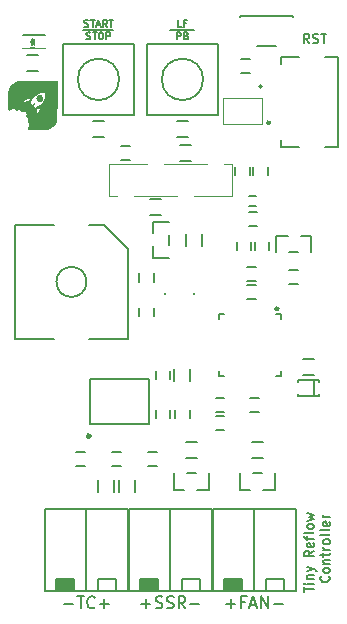
<source format=gto>
G04 #@! TF.GenerationSoftware,KiCad,Pcbnew,5.0.2-bee76a0~70~ubuntu18.04.1*
G04 #@! TF.CreationDate,2019-04-01T01:37:44+08:00*
G04 #@! TF.ProjectId,TINY-REFLOW-CONTROLLER,54494e59-2d52-4454-964c-4f572d434f4e,rev?*
G04 #@! TF.SameCoordinates,PX8f0d180PY5f5e100*
G04 #@! TF.FileFunction,Legend,Top*
G04 #@! TF.FilePolarity,Positive*
%FSLAX46Y46*%
G04 Gerber Fmt 4.6, Leading zero omitted, Abs format (unit mm)*
G04 Created by KiCad (PCBNEW 5.0.2-bee76a0~70~ubuntu18.04.1) date Mon 01 Apr 2019 01:37:44 AM +08*
%MOMM*%
%LPD*%
G01*
G04 APERTURE LIST*
%ADD10C,0.150000*%
%ADD11C,0.300000*%
%ADD12C,0.120000*%
%ADD13C,0.200000*%
%ADD14C,0.010000*%
%ADD15R,3.600000X3.600000*%
%ADD16C,0.100000*%
%ADD17C,0.500000*%
%ADD18R,0.550000X1.600000*%
%ADD19R,2.200000X3.200000*%
%ADD20R,1.600000X1.800000*%
%ADD21R,0.850000X1.250000*%
%ADD22C,5.000000*%
%ADD23R,1.220000X2.900000*%
%ADD24R,0.700000X1.100000*%
%ADD25C,2.048000*%
%ADD26R,1.000000X0.950000*%
%ADD27R,0.950000X1.000000*%
%ADD28R,0.900000X1.200000*%
%ADD29R,2.900000X1.700000*%
%ADD30R,0.500000X1.550000*%
%ADD31R,0.800000X0.800000*%
%ADD32O,1.927200X1.927200*%
%ADD33R,0.997560X0.997560*%
%ADD34O,1.900000X1.500000*%
%ADD35C,1.400000*%
%ADD36R,1.550000X0.600000*%
%ADD37R,1.100000X0.700000*%
%ADD38R,1.250000X0.850000*%
%ADD39C,1.000000*%
%ADD40R,1.100000X1.400000*%
%ADD41R,1.350000X1.500000*%
G04 APERTURE END LIST*
D10*
X18701047Y944572D02*
X19462952Y944572D01*
X19082000Y563620D02*
X19082000Y1325524D01*
X20272476Y1087429D02*
X19939142Y1087429D01*
X19939142Y563620D02*
X19939142Y1563620D01*
X20415333Y1563620D01*
X20748666Y849334D02*
X21224857Y849334D01*
X20653428Y563620D02*
X20986761Y1563620D01*
X21320095Y563620D01*
X21653428Y563620D02*
X21653428Y1563620D01*
X22224857Y563620D01*
X22224857Y1563620D01*
X22701047Y944572D02*
X23462952Y944572D01*
X25723904Y48406096D02*
X25457238Y48787048D01*
X25266761Y48406096D02*
X25266761Y49206096D01*
X25571523Y49206096D01*
X25647714Y49168000D01*
X25685809Y49129905D01*
X25723904Y49053715D01*
X25723904Y48939429D01*
X25685809Y48863239D01*
X25647714Y48825143D01*
X25571523Y48787048D01*
X25266761Y48787048D01*
X26028666Y48444191D02*
X26142952Y48406096D01*
X26333428Y48406096D01*
X26409619Y48444191D01*
X26447714Y48482286D01*
X26485809Y48558477D01*
X26485809Y48634667D01*
X26447714Y48710858D01*
X26409619Y48748953D01*
X26333428Y48787048D01*
X26181047Y48825143D01*
X26104857Y48863239D01*
X26066761Y48901334D01*
X26028666Y48977524D01*
X26028666Y49053715D01*
X26066761Y49129905D01*
X26104857Y49168000D01*
X26181047Y49206096D01*
X26371523Y49206096D01*
X26485809Y49168000D01*
X26714380Y49206096D02*
X27171523Y49206096D01*
X26942952Y48406096D02*
X26942952Y49206096D01*
X6604000Y49530000D02*
X9144000Y49530000D01*
X25302904Y1930858D02*
X25302904Y2388000D01*
X26102904Y2159429D02*
X25302904Y2159429D01*
X26102904Y2654667D02*
X25569571Y2654667D01*
X25302904Y2654667D02*
X25341000Y2616572D01*
X25379095Y2654667D01*
X25341000Y2692762D01*
X25302904Y2654667D01*
X25379095Y2654667D01*
X25569571Y3035620D02*
X26102904Y3035620D01*
X25645761Y3035620D02*
X25607666Y3073715D01*
X25569571Y3149905D01*
X25569571Y3264191D01*
X25607666Y3340381D01*
X25683857Y3378477D01*
X26102904Y3378477D01*
X25569571Y3683239D02*
X26102904Y3873715D01*
X25569571Y4064191D02*
X26102904Y3873715D01*
X26293380Y3797524D01*
X26331476Y3759429D01*
X26369571Y3683239D01*
X26102904Y5435620D02*
X25721952Y5168953D01*
X26102904Y4978477D02*
X25302904Y4978477D01*
X25302904Y5283239D01*
X25341000Y5359429D01*
X25379095Y5397524D01*
X25455285Y5435620D01*
X25569571Y5435620D01*
X25645761Y5397524D01*
X25683857Y5359429D01*
X25721952Y5283239D01*
X25721952Y4978477D01*
X26064809Y6083239D02*
X26102904Y6007048D01*
X26102904Y5854667D01*
X26064809Y5778477D01*
X25988619Y5740381D01*
X25683857Y5740381D01*
X25607666Y5778477D01*
X25569571Y5854667D01*
X25569571Y6007048D01*
X25607666Y6083239D01*
X25683857Y6121334D01*
X25760047Y6121334D01*
X25836238Y5740381D01*
X25569571Y6349905D02*
X25569571Y6654667D01*
X26102904Y6464191D02*
X25417190Y6464191D01*
X25341000Y6502286D01*
X25302904Y6578477D01*
X25302904Y6654667D01*
X26102904Y7035620D02*
X26064809Y6959429D01*
X25988619Y6921334D01*
X25302904Y6921334D01*
X26102904Y7454667D02*
X26064809Y7378477D01*
X26026714Y7340381D01*
X25950523Y7302286D01*
X25721952Y7302286D01*
X25645761Y7340381D01*
X25607666Y7378477D01*
X25569571Y7454667D01*
X25569571Y7568953D01*
X25607666Y7645143D01*
X25645761Y7683239D01*
X25721952Y7721334D01*
X25950523Y7721334D01*
X26026714Y7683239D01*
X26064809Y7645143D01*
X26102904Y7568953D01*
X26102904Y7454667D01*
X25569571Y7988000D02*
X26102904Y8140381D01*
X25721952Y8292762D01*
X26102904Y8445143D01*
X25569571Y8597524D01*
X27376714Y3264191D02*
X27414809Y3226096D01*
X27452904Y3111810D01*
X27452904Y3035620D01*
X27414809Y2921334D01*
X27338619Y2845143D01*
X27262428Y2807048D01*
X27110047Y2768953D01*
X26995761Y2768953D01*
X26843380Y2807048D01*
X26767190Y2845143D01*
X26691000Y2921334D01*
X26652904Y3035620D01*
X26652904Y3111810D01*
X26691000Y3226096D01*
X26729095Y3264191D01*
X27452904Y3721334D02*
X27414809Y3645143D01*
X27376714Y3607048D01*
X27300523Y3568953D01*
X27071952Y3568953D01*
X26995761Y3607048D01*
X26957666Y3645143D01*
X26919571Y3721334D01*
X26919571Y3835620D01*
X26957666Y3911810D01*
X26995761Y3949905D01*
X27071952Y3988000D01*
X27300523Y3988000D01*
X27376714Y3949905D01*
X27414809Y3911810D01*
X27452904Y3835620D01*
X27452904Y3721334D01*
X26919571Y4330858D02*
X27452904Y4330858D01*
X26995761Y4330858D02*
X26957666Y4368953D01*
X26919571Y4445143D01*
X26919571Y4559429D01*
X26957666Y4635620D01*
X27033857Y4673715D01*
X27452904Y4673715D01*
X26919571Y4940381D02*
X26919571Y5245143D01*
X26652904Y5054667D02*
X27338619Y5054667D01*
X27414809Y5092762D01*
X27452904Y5168953D01*
X27452904Y5245143D01*
X27452904Y5511810D02*
X26919571Y5511810D01*
X27071952Y5511810D02*
X26995761Y5549905D01*
X26957666Y5588000D01*
X26919571Y5664191D01*
X26919571Y5740381D01*
X27452904Y6121334D02*
X27414809Y6045143D01*
X27376714Y6007048D01*
X27300523Y5968953D01*
X27071952Y5968953D01*
X26995761Y6007048D01*
X26957666Y6045143D01*
X26919571Y6121334D01*
X26919571Y6235620D01*
X26957666Y6311810D01*
X26995761Y6349905D01*
X27071952Y6388000D01*
X27300523Y6388000D01*
X27376714Y6349905D01*
X27414809Y6311810D01*
X27452904Y6235620D01*
X27452904Y6121334D01*
X27452904Y6845143D02*
X27414809Y6768953D01*
X27338619Y6730858D01*
X26652904Y6730858D01*
X27452904Y7264191D02*
X27414809Y7188000D01*
X27338619Y7149905D01*
X26652904Y7149905D01*
X27414809Y7873715D02*
X27452904Y7797524D01*
X27452904Y7645143D01*
X27414809Y7568953D01*
X27338619Y7530858D01*
X27033857Y7530858D01*
X26957666Y7568953D01*
X26919571Y7645143D01*
X26919571Y7797524D01*
X26957666Y7873715D01*
X27033857Y7911810D01*
X27110047Y7911810D01*
X27186238Y7530858D01*
X27452904Y8254667D02*
X26919571Y8254667D01*
X27071952Y8254667D02*
X26995761Y8292762D01*
X26957666Y8330858D01*
X26919571Y8407048D01*
X26919571Y8483239D01*
X11517619Y944572D02*
X12279523Y944572D01*
X11898571Y563620D02*
X11898571Y1325524D01*
X12708095Y611239D02*
X12850952Y563620D01*
X13089047Y563620D01*
X13184285Y611239D01*
X13231904Y658858D01*
X13279523Y754096D01*
X13279523Y849334D01*
X13231904Y944572D01*
X13184285Y992191D01*
X13089047Y1039810D01*
X12898571Y1087429D01*
X12803333Y1135048D01*
X12755714Y1182667D01*
X12708095Y1277905D01*
X12708095Y1373143D01*
X12755714Y1468381D01*
X12803333Y1516000D01*
X12898571Y1563620D01*
X13136666Y1563620D01*
X13279523Y1516000D01*
X13660476Y611239D02*
X13803333Y563620D01*
X14041428Y563620D01*
X14136666Y611239D01*
X14184285Y658858D01*
X14231904Y754096D01*
X14231904Y849334D01*
X14184285Y944572D01*
X14136666Y992191D01*
X14041428Y1039810D01*
X13850952Y1087429D01*
X13755714Y1135048D01*
X13708095Y1182667D01*
X13660476Y1277905D01*
X13660476Y1373143D01*
X13708095Y1468381D01*
X13755714Y1516000D01*
X13850952Y1563620D01*
X14089047Y1563620D01*
X14231904Y1516000D01*
X15231904Y563620D02*
X14898571Y1039810D01*
X14660476Y563620D02*
X14660476Y1563620D01*
X15041428Y1563620D01*
X15136666Y1516000D01*
X15184285Y1468381D01*
X15231904Y1373143D01*
X15231904Y1230286D01*
X15184285Y1135048D01*
X15136666Y1087429D01*
X15041428Y1039810D01*
X14660476Y1039810D01*
X15660476Y944572D02*
X16422380Y944572D01*
X13970000Y49530000D02*
X16002000Y49530000D01*
X14914571Y49783572D02*
X14628857Y49783572D01*
X14628857Y50383572D01*
X15314571Y50097858D02*
X15114571Y50097858D01*
X15114571Y49783572D02*
X15114571Y50383572D01*
X15400285Y50383572D01*
X14528857Y48733572D02*
X14528857Y49333572D01*
X14757428Y49333572D01*
X14814571Y49305000D01*
X14843142Y49276429D01*
X14871714Y49219286D01*
X14871714Y49133572D01*
X14843142Y49076429D01*
X14814571Y49047858D01*
X14757428Y49019286D01*
X14528857Y49019286D01*
X15328857Y49047858D02*
X15414571Y49019286D01*
X15443142Y48990715D01*
X15471714Y48933572D01*
X15471714Y48847858D01*
X15443142Y48790715D01*
X15414571Y48762143D01*
X15357428Y48733572D01*
X15128857Y48733572D01*
X15128857Y49333572D01*
X15328857Y49333572D01*
X15386000Y49305000D01*
X15414571Y49276429D01*
X15443142Y49219286D01*
X15443142Y49162143D01*
X15414571Y49105000D01*
X15386000Y49076429D01*
X15328857Y49047858D01*
X15128857Y49047858D01*
X6688285Y49812143D02*
X6774000Y49783572D01*
X6916857Y49783572D01*
X6974000Y49812143D01*
X7002571Y49840715D01*
X7031142Y49897858D01*
X7031142Y49955000D01*
X7002571Y50012143D01*
X6974000Y50040715D01*
X6916857Y50069286D01*
X6802571Y50097858D01*
X6745428Y50126429D01*
X6716857Y50155000D01*
X6688285Y50212143D01*
X6688285Y50269286D01*
X6716857Y50326429D01*
X6745428Y50355000D01*
X6802571Y50383572D01*
X6945428Y50383572D01*
X7031142Y50355000D01*
X7202571Y50383572D02*
X7545428Y50383572D01*
X7374000Y49783572D02*
X7374000Y50383572D01*
X7716857Y49955000D02*
X8002571Y49955000D01*
X7659714Y49783572D02*
X7859714Y50383572D01*
X8059714Y49783572D01*
X8602571Y49783572D02*
X8402571Y50069286D01*
X8259714Y49783572D02*
X8259714Y50383572D01*
X8488285Y50383572D01*
X8545428Y50355000D01*
X8574000Y50326429D01*
X8602571Y50269286D01*
X8602571Y50183572D01*
X8574000Y50126429D01*
X8545428Y50097858D01*
X8488285Y50069286D01*
X8259714Y50069286D01*
X8774000Y50383572D02*
X9116857Y50383572D01*
X8945428Y49783572D02*
X8945428Y50383572D01*
X6859714Y48762143D02*
X6945428Y48733572D01*
X7088285Y48733572D01*
X7145428Y48762143D01*
X7174000Y48790715D01*
X7202571Y48847858D01*
X7202571Y48905000D01*
X7174000Y48962143D01*
X7145428Y48990715D01*
X7088285Y49019286D01*
X6974000Y49047858D01*
X6916857Y49076429D01*
X6888285Y49105000D01*
X6859714Y49162143D01*
X6859714Y49219286D01*
X6888285Y49276429D01*
X6916857Y49305000D01*
X6974000Y49333572D01*
X7116857Y49333572D01*
X7202571Y49305000D01*
X7374000Y49333572D02*
X7716857Y49333572D01*
X7545428Y48733572D02*
X7545428Y49333572D01*
X8031142Y49333572D02*
X8145428Y49333572D01*
X8202571Y49305000D01*
X8259714Y49247858D01*
X8288285Y49133572D01*
X8288285Y48933572D01*
X8259714Y48819286D01*
X8202571Y48762143D01*
X8145428Y48733572D01*
X8031142Y48733572D01*
X7974000Y48762143D01*
X7916857Y48819286D01*
X7888285Y48933572D01*
X7888285Y49133572D01*
X7916857Y49247858D01*
X7974000Y49305000D01*
X8031142Y49333572D01*
X8545428Y48733572D02*
X8545428Y49333572D01*
X8774000Y49333572D01*
X8831142Y49305000D01*
X8859714Y49276429D01*
X8888285Y49219286D01*
X8888285Y49133572D01*
X8859714Y49076429D01*
X8831142Y49047858D01*
X8774000Y49019286D01*
X8545428Y49019286D01*
X4977047Y944572D02*
X5738952Y944572D01*
X6072285Y1563620D02*
X6643714Y1563620D01*
X6358000Y563620D02*
X6358000Y1563620D01*
X7548476Y658858D02*
X7500857Y611239D01*
X7358000Y563620D01*
X7262761Y563620D01*
X7119904Y611239D01*
X7024666Y706477D01*
X6977047Y801715D01*
X6929428Y992191D01*
X6929428Y1135048D01*
X6977047Y1325524D01*
X7024666Y1420762D01*
X7119904Y1516000D01*
X7262761Y1563620D01*
X7358000Y1563620D01*
X7500857Y1516000D01*
X7548476Y1468381D01*
X7977047Y944572D02*
X8738952Y944572D01*
X8358000Y563620D02*
X8358000Y1325524D01*
G04 #@! TO.C,U1*
X23351000Y20210000D02*
X22901000Y20210000D01*
X23351000Y20210000D02*
X23351000Y20660000D01*
X18501000Y20210000D02*
X18051000Y20210000D01*
X18051000Y20660000D02*
X18051000Y20210000D01*
X23351000Y25060000D02*
X23351000Y25510000D01*
X22901000Y25510000D02*
X23351000Y25510000D01*
X18051000Y25510000D02*
X18501000Y25510000D01*
X18051000Y25510000D02*
X18051000Y25060000D01*
D11*
X23057711Y25908000D02*
G75*
G03X23057711Y25908000I-70710J0D01*
G01*
G04 #@! TO.C,U3*
X7179000Y15159000D02*
G75*
G03X7179000Y15159000I-127000J0D01*
G01*
D10*
X7152000Y16134000D02*
X7152000Y19934000D01*
X7152000Y16134000D02*
X12152000Y16134000D01*
X7152000Y19934000D02*
X12152000Y19934000D01*
X12152000Y16134000D02*
X12152000Y19934000D01*
G04 #@! TO.C,LS1*
X4088000Y23394000D02*
X788000Y23394000D01*
X788000Y32994000D02*
X788000Y23394000D01*
X4088000Y32994000D02*
X788000Y32994000D01*
X10388000Y23394000D02*
X7088000Y23394000D01*
X10388000Y23394000D02*
X10388000Y30994000D01*
X8388000Y32994000D02*
X7088000Y32994000D01*
X10388000Y30994000D02*
X8388000Y32994000D01*
X6858000Y28194000D02*
G75*
G03X6858000Y28194000I-1270000J0D01*
G01*
G04 #@! TO.C,SW2*
X16736000Y45339000D02*
G75*
G03X16736000Y45339000I-1750000J0D01*
G01*
X17986000Y48339000D02*
X17986000Y42339000D01*
X17986000Y48339000D02*
X11986000Y48339000D01*
X11986000Y42339000D02*
X17986000Y42339000D01*
X11986000Y42339000D02*
X11986000Y48339000D01*
G04 #@! TO.C,SW1*
X9624000Y45339000D02*
G75*
G03X9624000Y45339000I-1750000J0D01*
G01*
X10874000Y48339000D02*
X10874000Y42339000D01*
X10874000Y48339000D02*
X4874000Y48339000D01*
X4874000Y42339000D02*
X10874000Y42339000D01*
X4874000Y42339000D02*
X4874000Y48339000D01*
G04 #@! TO.C,U2*
X25884000Y30696000D02*
X25884000Y32096000D01*
X24984000Y32096000D02*
X25884000Y32096000D01*
X22884000Y32096000D02*
X23884000Y32096000D01*
X22884000Y30696000D02*
X22884000Y32096000D01*
X23984000Y30696000D02*
X24784000Y30696000D01*
D12*
G04 #@! TO.C,U5*
X8780000Y35470000D02*
X8780000Y38190000D01*
X11990000Y38190000D02*
X8780000Y38190000D01*
X9450000Y35470000D02*
X8780000Y35470000D01*
X13410000Y38190000D02*
X17070000Y38190000D01*
X10870000Y35470000D02*
X14530000Y35470000D01*
X19160000Y38190000D02*
X18490000Y38190000D01*
X19160000Y35470000D02*
X19160000Y38190000D01*
X15950000Y35470000D02*
X19160000Y35470000D01*
D10*
G04 #@! TO.C,R12*
X20836000Y14645000D02*
X21836000Y14645000D01*
X21836000Y13295000D02*
X20836000Y13295000D01*
G04 #@! TO.C,Q3*
X19836000Y11976000D02*
X19836000Y10576000D01*
X20736000Y10576000D02*
X19836000Y10576000D01*
X22836000Y10576000D02*
X21836000Y10576000D01*
X22836000Y11976000D02*
X22836000Y10576000D01*
X21736000Y11976000D02*
X20936000Y11976000D01*
G04 #@! TO.C,J5*
X22098000Y2032000D02*
X22098000Y3048000D01*
X23622000Y3048000D02*
X22098000Y3048000D01*
X23622000Y2032000D02*
X23622000Y3048000D01*
X19939000Y2032000D02*
X19939000Y3048000D01*
X19685000Y2032000D02*
X19685000Y3048000D01*
X19431000Y2032000D02*
X19431000Y3048000D01*
X19177000Y2032000D02*
X19177000Y3048000D01*
X18669000Y2032000D02*
X18669000Y3048000D01*
X18923000Y2032000D02*
X18923000Y3048000D01*
X18796000Y2032000D02*
X18796000Y3048000D01*
X19050000Y2032000D02*
X19050000Y3048000D01*
X19304000Y2032000D02*
X19304000Y3048000D01*
X19558000Y2032000D02*
X19558000Y3048000D01*
X19812000Y2032000D02*
X19812000Y3048000D01*
X18542000Y2032000D02*
X18542000Y3048000D01*
X21082000Y1988000D02*
X21082000Y8988000D01*
X17582000Y8988000D02*
X17582000Y1988000D01*
X17582000Y1988000D02*
X24582000Y1988000D01*
X24582000Y1988000D02*
X24582000Y8988000D01*
X24582000Y8988000D02*
X17582000Y8988000D01*
X20066000Y2032000D02*
X20066000Y3048000D01*
X20066000Y3048000D02*
X18542000Y3048000D01*
G04 #@! TO.C,C19*
X9810000Y39716000D02*
X10510000Y39716000D01*
X10510000Y38516000D02*
X9810000Y38516000D01*
G04 #@! TO.C,C10*
X14386000Y16668000D02*
X14386000Y17368000D01*
X15586000Y17368000D02*
X15586000Y16668000D01*
G04 #@! TO.C,C11*
X21178000Y26705000D02*
X20478000Y26705000D01*
X20478000Y27905000D02*
X21178000Y27905000D01*
G04 #@! TO.C,C15*
X11338000Y28225000D02*
X11338000Y28925000D01*
X12538000Y28925000D02*
X12538000Y28225000D01*
G04 #@! TO.C,C16*
X11338000Y25304000D02*
X11338000Y26004000D01*
X12538000Y26004000D02*
X12538000Y25304000D01*
G04 #@! TO.C,C17*
X18511000Y15656000D02*
X17811000Y15656000D01*
X17811000Y16856000D02*
X18511000Y16856000D01*
G04 #@! TO.C,C18*
X21432000Y17180000D02*
X20732000Y17180000D01*
X20732000Y18380000D02*
X21432000Y18380000D01*
G04 #@! TO.C,L2*
X17811000Y18380000D02*
X18511000Y18380000D01*
X18511000Y17180000D02*
X17811000Y17180000D01*
G04 #@! TO.C,F1*
X21255000Y34627000D02*
X20655000Y34627000D01*
X21255000Y35477000D02*
X20655000Y35477000D01*
G04 #@! TO.C,Y1*
X15982000Y27278000D02*
X15982000Y27078000D01*
X13482000Y27278000D02*
X13482000Y27078000D01*
G04 #@! TO.C,C14*
X20990000Y37242000D02*
X20990000Y37942000D01*
X22190000Y37942000D02*
X22190000Y37242000D01*
G04 #@! TO.C,C13*
X20666000Y37942000D02*
X20666000Y37242000D01*
X19466000Y37242000D02*
X19466000Y37942000D01*
G04 #@! TO.C,C12*
X21117000Y30892000D02*
X21117000Y31592000D01*
X22317000Y31592000D02*
X22317000Y30892000D01*
D12*
G04 #@! TO.C,U4*
X21701000Y43772000D02*
X21701000Y41572000D01*
X21701000Y41572000D02*
X18431000Y41572000D01*
X18431000Y41572000D02*
X18431000Y43772000D01*
X18431000Y43772000D02*
X21701000Y43772000D01*
D13*
X21717000Y44704000D02*
G75*
G03X21717000Y44704000I-127000J0D01*
G01*
D10*
G04 #@! TO.C,R1*
X13200000Y33869000D02*
X12200000Y33869000D01*
X12200000Y35219000D02*
X13200000Y35219000D01*
G04 #@! TO.C,R11*
X14740000Y39791000D02*
X15740000Y39791000D01*
X15740000Y38441000D02*
X14740000Y38441000D01*
G04 #@! TO.C,D3*
X24754000Y19852000D02*
X24754000Y19677000D01*
X24754000Y18677000D02*
X24754000Y18502000D01*
X26554000Y18502000D02*
X26554000Y18677000D01*
X26554000Y19677000D02*
X26554000Y19852000D01*
X26554000Y18502000D02*
X24754000Y18502000D01*
X26554000Y19852000D02*
X24754000Y19852000D01*
X26154000Y18502000D02*
X26154000Y19852000D01*
G04 #@! TO.C,C1*
X6000000Y13808000D02*
X6700000Y13808000D01*
X6700000Y12608000D02*
X6000000Y12608000D01*
G04 #@! TO.C,C3*
X9048000Y13808000D02*
X9748000Y13808000D01*
X9748000Y12608000D02*
X9048000Y12608000D01*
G04 #@! TO.C,C4*
X19593000Y30892000D02*
X19593000Y31592000D01*
X20793000Y31592000D02*
X20793000Y30892000D01*
G04 #@! TO.C,C5*
X24734000Y27975000D02*
X24034000Y27975000D01*
X24034000Y29175000D02*
X24734000Y29175000D01*
G04 #@! TO.C,C6*
X21178000Y28229000D02*
X20478000Y28229000D01*
X20478000Y29429000D02*
X21178000Y29429000D01*
G04 #@! TO.C,C7*
X19970000Y47082000D02*
X20670000Y47082000D01*
X20670000Y45882000D02*
X19970000Y45882000D01*
G04 #@! TO.C,C8*
X12735000Y19970000D02*
X12735000Y20670000D01*
X13935000Y20670000D02*
X13935000Y19970000D01*
G04 #@! TO.C,C9*
X13935000Y17368000D02*
X13935000Y16668000D01*
X12735000Y16668000D02*
X12735000Y17368000D01*
G04 #@! TO.C,C2*
X12796000Y12608000D02*
X12096000Y12608000D01*
X12096000Y13808000D02*
X12796000Y13808000D01*
G04 #@! TO.C,L1*
X21305000Y32928000D02*
X20605000Y32928000D01*
X20605000Y34128000D02*
X21305000Y34128000D01*
G04 #@! TO.C,D1*
X3386000Y49064000D02*
X1486000Y49064000D01*
X3386000Y47964000D02*
X1486000Y47964000D01*
X2486000Y48514000D02*
X2036000Y48514000D01*
X2536000Y48264000D02*
X2536000Y48764000D01*
X2536000Y48514000D02*
X2286000Y48264000D01*
X2286000Y48264000D02*
X2286000Y48764000D01*
X2286000Y48764000D02*
X2536000Y48514000D01*
D14*
G04 #@! TO.C,LOGO1*
G36*
X4327394Y43628139D02*
X4326749Y43392189D01*
X4326114Y43180273D01*
X4325469Y42991026D01*
X4324792Y42823082D01*
X4324063Y42675074D01*
X4323259Y42545637D01*
X4322361Y42433406D01*
X4321346Y42337014D01*
X4320193Y42255095D01*
X4318882Y42186285D01*
X4317390Y42129217D01*
X4315698Y42082525D01*
X4313783Y42044843D01*
X4311624Y42014807D01*
X4309201Y41991049D01*
X4306492Y41972204D01*
X4303475Y41956907D01*
X4301308Y41948100D01*
X4246714Y41787129D01*
X4172735Y41640813D01*
X4080753Y41510437D01*
X3972149Y41397287D01*
X3848304Y41302646D01*
X3710600Y41227801D01*
X3560417Y41174034D01*
X3441700Y41148517D01*
X3410919Y41145730D01*
X3356743Y41143205D01*
X3281175Y41140974D01*
X3186220Y41139070D01*
X3073880Y41137527D01*
X2946160Y41136378D01*
X2805063Y41135657D01*
X2653380Y41135396D01*
X1947611Y41135300D01*
X1885093Y41230790D01*
X1928189Y41273691D01*
X1979590Y41339468D01*
X2013759Y41414223D01*
X2030658Y41493291D01*
X2030247Y41572002D01*
X2012486Y41645690D01*
X1977336Y41709686D01*
X1932274Y41754070D01*
X1902041Y41776350D01*
X1880449Y41792567D01*
X1876068Y41795991D01*
X1875096Y41811160D01*
X1883662Y41840802D01*
X1891664Y41860192D01*
X1910834Y41924990D01*
X1917359Y41999871D01*
X1911159Y42073956D01*
X1893661Y42133149D01*
X1868240Y42174497D01*
X1833637Y42214226D01*
X1823067Y42223682D01*
X1795013Y42248300D01*
X1788095Y42259250D01*
X2456768Y42259250D01*
X2460823Y42256733D01*
X2479285Y42270112D01*
X2509383Y42296569D01*
X2548349Y42333286D01*
X2593412Y42377447D01*
X2641805Y42426234D01*
X2690757Y42476829D01*
X2737500Y42526416D01*
X2779264Y42572176D01*
X2813280Y42611292D01*
X2836779Y42640947D01*
X2845657Y42654911D01*
X2876995Y42741424D01*
X2891152Y42832214D01*
X2886852Y42918084D01*
X2884130Y42931812D01*
X2874219Y42969914D01*
X2864926Y42995440D01*
X2859764Y43002117D01*
X2844502Y42995533D01*
X2818128Y42979451D01*
X2813050Y42976036D01*
X2783712Y42957987D01*
X2739897Y42933315D01*
X2689897Y42906653D01*
X2677335Y42900186D01*
X2579720Y42850332D01*
X2591610Y42808875D01*
X2604672Y42718392D01*
X2593585Y42626330D01*
X2559034Y42536452D01*
X2534768Y42495863D01*
X2496573Y42421024D01*
X2479050Y42358678D01*
X2470282Y42313774D01*
X2461608Y42276033D01*
X2456768Y42259250D01*
X1788095Y42259250D01*
X1783208Y42266984D01*
X1783935Y42289505D01*
X1789606Y42311683D01*
X1800663Y42375725D01*
X1801073Y42441997D01*
X1791033Y42499409D01*
X1786031Y42513205D01*
X1779748Y42530440D01*
X1779002Y42546176D01*
X1786008Y42564958D01*
X1802981Y42591329D01*
X1832136Y42629834D01*
X1860319Y42665605D01*
X1931711Y42756491D01*
X1992236Y42834969D01*
X2008161Y42856150D01*
X2552700Y42856150D01*
X2559050Y42849800D01*
X2565400Y42856150D01*
X2559050Y42862500D01*
X2552700Y42856150D01*
X2008161Y42856150D01*
X2040859Y42899637D01*
X2076543Y42949088D01*
X2098255Y42981919D01*
X2104960Y42996727D01*
X2104715Y42997218D01*
X2093566Y42991553D01*
X2065894Y42972841D01*
X2025179Y42943689D01*
X1974902Y42906701D01*
X1918542Y42864484D01*
X1859582Y42819645D01*
X1801500Y42774788D01*
X1747778Y42732520D01*
X1704214Y42697353D01*
X1675855Y42676131D01*
X1654262Y42669599D01*
X1627417Y42675352D01*
X1615314Y42679551D01*
X1538309Y42694892D01*
X1458190Y42689925D01*
X1419948Y42679538D01*
X1391663Y42670571D01*
X1372958Y42671641D01*
X1355044Y42686134D01*
X1332508Y42713234D01*
X1275364Y42765022D01*
X1204836Y42798374D01*
X1125980Y42812320D01*
X1043850Y42805893D01*
X972113Y42782261D01*
X909177Y42753148D01*
X870513Y42810115D01*
X817939Y42866470D01*
X752049Y42904274D01*
X677110Y42923304D01*
X597391Y42923341D01*
X517159Y42904162D01*
X440679Y42865547D01*
X400083Y42834477D01*
X340947Y42782424D01*
X294298Y42809098D01*
X247650Y42835773D01*
X247650Y43350605D01*
X1368384Y43350605D01*
X1371600Y43350825D01*
X1403343Y43357510D01*
X1446857Y43364164D01*
X1466850Y43366571D01*
X1527367Y43381208D01*
X1576778Y43410237D01*
X2044700Y43410237D01*
X2053340Y43393091D01*
X2076664Y43363309D01*
X2110772Y43325572D01*
X2139297Y43296618D01*
X2233894Y43203822D01*
X2325761Y43268337D01*
X2378220Y43302827D01*
X2412452Y43319651D01*
X2428598Y43318666D01*
X2426797Y43299727D01*
X2407191Y43262689D01*
X2376278Y43216369D01*
X2311040Y43123774D01*
X2409347Y43024887D01*
X2449280Y42985038D01*
X2482121Y42952870D01*
X2504089Y42932047D01*
X2511380Y42926000D01*
X2523561Y42931326D01*
X2553369Y42945670D01*
X2595766Y42966585D01*
X2627317Y42982356D01*
X2787455Y43076605D01*
X2932396Y43190114D01*
X3060488Y43320925D01*
X3170082Y43467080D01*
X3259526Y43626620D01*
X3327169Y43797585D01*
X3334515Y43821350D01*
X3349783Y43876455D01*
X3359952Y43925774D01*
X3366079Y43977575D01*
X3369222Y44040125D01*
X3370275Y44100750D01*
X3371850Y44265850D01*
X3255366Y44269489D01*
X3100257Y44261985D01*
X2944296Y44230878D01*
X2790432Y44177678D01*
X2641613Y44103899D01*
X2500787Y44011050D01*
X2370902Y43900642D01*
X2254908Y43774187D01*
X2232025Y43744992D01*
X2191188Y43688054D01*
X2150703Y43625815D01*
X2113252Y43563064D01*
X2081514Y43504592D01*
X2058172Y43455191D01*
X2045905Y43419650D01*
X2044700Y43410237D01*
X1576778Y43410237D01*
X1583401Y43414128D01*
X1585674Y43415857D01*
X1670472Y43466227D01*
X1761210Y43491904D01*
X1846416Y43494047D01*
X1890982Y43489395D01*
X1926887Y43484156D01*
X1943100Y43480435D01*
X1957407Y43484247D01*
X1975409Y43506909D01*
X1998993Y43550904D01*
X2003101Y43559438D01*
X2028439Y43609815D01*
X2054949Y43658105D01*
X2076126Y43692666D01*
X2095563Y43723621D01*
X2106957Y43746240D01*
X2108200Y43751164D01*
X2096856Y43759591D01*
X2067516Y43769762D01*
X2037160Y43777148D01*
X1945491Y43784182D01*
X1850657Y43769935D01*
X1761053Y43735741D01*
X1754338Y43732171D01*
X1728335Y43714488D01*
X1692102Y43685021D01*
X1648443Y43646565D01*
X1600163Y43601913D01*
X1550066Y43553861D01*
X1500957Y43505202D01*
X1455641Y43458730D01*
X1416920Y43417241D01*
X1387601Y43383527D01*
X1370488Y43360384D01*
X1368384Y43350605D01*
X247650Y43350605D01*
X247650Y43576212D01*
X247672Y43732117D01*
X247787Y43864830D01*
X248070Y43976561D01*
X248595Y44069519D01*
X249436Y44145913D01*
X250666Y44207951D01*
X252360Y44257842D01*
X254593Y44297795D01*
X257437Y44330020D01*
X260967Y44356724D01*
X265257Y44380118D01*
X270381Y44402409D01*
X276096Y44424600D01*
X330003Y44581213D01*
X404989Y44724668D01*
X499563Y44853465D01*
X612235Y44966102D01*
X741517Y45061077D01*
X885917Y45136889D01*
X1035050Y45189599D01*
X1136650Y45217850D01*
X2734138Y45221738D01*
X4331626Y45225627D01*
X4327394Y43628139D01*
X4327394Y43628139D01*
G37*
X4327394Y43628139D02*
X4326749Y43392189D01*
X4326114Y43180273D01*
X4325469Y42991026D01*
X4324792Y42823082D01*
X4324063Y42675074D01*
X4323259Y42545637D01*
X4322361Y42433406D01*
X4321346Y42337014D01*
X4320193Y42255095D01*
X4318882Y42186285D01*
X4317390Y42129217D01*
X4315698Y42082525D01*
X4313783Y42044843D01*
X4311624Y42014807D01*
X4309201Y41991049D01*
X4306492Y41972204D01*
X4303475Y41956907D01*
X4301308Y41948100D01*
X4246714Y41787129D01*
X4172735Y41640813D01*
X4080753Y41510437D01*
X3972149Y41397287D01*
X3848304Y41302646D01*
X3710600Y41227801D01*
X3560417Y41174034D01*
X3441700Y41148517D01*
X3410919Y41145730D01*
X3356743Y41143205D01*
X3281175Y41140974D01*
X3186220Y41139070D01*
X3073880Y41137527D01*
X2946160Y41136378D01*
X2805063Y41135657D01*
X2653380Y41135396D01*
X1947611Y41135300D01*
X1885093Y41230790D01*
X1928189Y41273691D01*
X1979590Y41339468D01*
X2013759Y41414223D01*
X2030658Y41493291D01*
X2030247Y41572002D01*
X2012486Y41645690D01*
X1977336Y41709686D01*
X1932274Y41754070D01*
X1902041Y41776350D01*
X1880449Y41792567D01*
X1876068Y41795991D01*
X1875096Y41811160D01*
X1883662Y41840802D01*
X1891664Y41860192D01*
X1910834Y41924990D01*
X1917359Y41999871D01*
X1911159Y42073956D01*
X1893661Y42133149D01*
X1868240Y42174497D01*
X1833637Y42214226D01*
X1823067Y42223682D01*
X1795013Y42248300D01*
X1788095Y42259250D01*
X2456768Y42259250D01*
X2460823Y42256733D01*
X2479285Y42270112D01*
X2509383Y42296569D01*
X2548349Y42333286D01*
X2593412Y42377447D01*
X2641805Y42426234D01*
X2690757Y42476829D01*
X2737500Y42526416D01*
X2779264Y42572176D01*
X2813280Y42611292D01*
X2836779Y42640947D01*
X2845657Y42654911D01*
X2876995Y42741424D01*
X2891152Y42832214D01*
X2886852Y42918084D01*
X2884130Y42931812D01*
X2874219Y42969914D01*
X2864926Y42995440D01*
X2859764Y43002117D01*
X2844502Y42995533D01*
X2818128Y42979451D01*
X2813050Y42976036D01*
X2783712Y42957987D01*
X2739897Y42933315D01*
X2689897Y42906653D01*
X2677335Y42900186D01*
X2579720Y42850332D01*
X2591610Y42808875D01*
X2604672Y42718392D01*
X2593585Y42626330D01*
X2559034Y42536452D01*
X2534768Y42495863D01*
X2496573Y42421024D01*
X2479050Y42358678D01*
X2470282Y42313774D01*
X2461608Y42276033D01*
X2456768Y42259250D01*
X1788095Y42259250D01*
X1783208Y42266984D01*
X1783935Y42289505D01*
X1789606Y42311683D01*
X1800663Y42375725D01*
X1801073Y42441997D01*
X1791033Y42499409D01*
X1786031Y42513205D01*
X1779748Y42530440D01*
X1779002Y42546176D01*
X1786008Y42564958D01*
X1802981Y42591329D01*
X1832136Y42629834D01*
X1860319Y42665605D01*
X1931711Y42756491D01*
X1992236Y42834969D01*
X2008161Y42856150D01*
X2552700Y42856150D01*
X2559050Y42849800D01*
X2565400Y42856150D01*
X2559050Y42862500D01*
X2552700Y42856150D01*
X2008161Y42856150D01*
X2040859Y42899637D01*
X2076543Y42949088D01*
X2098255Y42981919D01*
X2104960Y42996727D01*
X2104715Y42997218D01*
X2093566Y42991553D01*
X2065894Y42972841D01*
X2025179Y42943689D01*
X1974902Y42906701D01*
X1918542Y42864484D01*
X1859582Y42819645D01*
X1801500Y42774788D01*
X1747778Y42732520D01*
X1704214Y42697353D01*
X1675855Y42676131D01*
X1654262Y42669599D01*
X1627417Y42675352D01*
X1615314Y42679551D01*
X1538309Y42694892D01*
X1458190Y42689925D01*
X1419948Y42679538D01*
X1391663Y42670571D01*
X1372958Y42671641D01*
X1355044Y42686134D01*
X1332508Y42713234D01*
X1275364Y42765022D01*
X1204836Y42798374D01*
X1125980Y42812320D01*
X1043850Y42805893D01*
X972113Y42782261D01*
X909177Y42753148D01*
X870513Y42810115D01*
X817939Y42866470D01*
X752049Y42904274D01*
X677110Y42923304D01*
X597391Y42923341D01*
X517159Y42904162D01*
X440679Y42865547D01*
X400083Y42834477D01*
X340947Y42782424D01*
X294298Y42809098D01*
X247650Y42835773D01*
X247650Y43350605D01*
X1368384Y43350605D01*
X1371600Y43350825D01*
X1403343Y43357510D01*
X1446857Y43364164D01*
X1466850Y43366571D01*
X1527367Y43381208D01*
X1576778Y43410237D01*
X2044700Y43410237D01*
X2053340Y43393091D01*
X2076664Y43363309D01*
X2110772Y43325572D01*
X2139297Y43296618D01*
X2233894Y43203822D01*
X2325761Y43268337D01*
X2378220Y43302827D01*
X2412452Y43319651D01*
X2428598Y43318666D01*
X2426797Y43299727D01*
X2407191Y43262689D01*
X2376278Y43216369D01*
X2311040Y43123774D01*
X2409347Y43024887D01*
X2449280Y42985038D01*
X2482121Y42952870D01*
X2504089Y42932047D01*
X2511380Y42926000D01*
X2523561Y42931326D01*
X2553369Y42945670D01*
X2595766Y42966585D01*
X2627317Y42982356D01*
X2787455Y43076605D01*
X2932396Y43190114D01*
X3060488Y43320925D01*
X3170082Y43467080D01*
X3259526Y43626620D01*
X3327169Y43797585D01*
X3334515Y43821350D01*
X3349783Y43876455D01*
X3359952Y43925774D01*
X3366079Y43977575D01*
X3369222Y44040125D01*
X3370275Y44100750D01*
X3371850Y44265850D01*
X3255366Y44269489D01*
X3100257Y44261985D01*
X2944296Y44230878D01*
X2790432Y44177678D01*
X2641613Y44103899D01*
X2500787Y44011050D01*
X2370902Y43900642D01*
X2254908Y43774187D01*
X2232025Y43744992D01*
X2191188Y43688054D01*
X2150703Y43625815D01*
X2113252Y43563064D01*
X2081514Y43504592D01*
X2058172Y43455191D01*
X2045905Y43419650D01*
X2044700Y43410237D01*
X1576778Y43410237D01*
X1583401Y43414128D01*
X1585674Y43415857D01*
X1670472Y43466227D01*
X1761210Y43491904D01*
X1846416Y43494047D01*
X1890982Y43489395D01*
X1926887Y43484156D01*
X1943100Y43480435D01*
X1957407Y43484247D01*
X1975409Y43506909D01*
X1998993Y43550904D01*
X2003101Y43559438D01*
X2028439Y43609815D01*
X2054949Y43658105D01*
X2076126Y43692666D01*
X2095563Y43723621D01*
X2106957Y43746240D01*
X2108200Y43751164D01*
X2096856Y43759591D01*
X2067516Y43769762D01*
X2037160Y43777148D01*
X1945491Y43784182D01*
X1850657Y43769935D01*
X1761053Y43735741D01*
X1754338Y43732171D01*
X1728335Y43714488D01*
X1692102Y43685021D01*
X1648443Y43646565D01*
X1600163Y43601913D01*
X1550066Y43553861D01*
X1500957Y43505202D01*
X1455641Y43458730D01*
X1416920Y43417241D01*
X1387601Y43383527D01*
X1370488Y43360384D01*
X1368384Y43350605D01*
X247650Y43350605D01*
X247650Y43576212D01*
X247672Y43732117D01*
X247787Y43864830D01*
X248070Y43976561D01*
X248595Y44069519D01*
X249436Y44145913D01*
X250666Y44207951D01*
X252360Y44257842D01*
X254593Y44297795D01*
X257437Y44330020D01*
X260967Y44356724D01*
X265257Y44380118D01*
X270381Y44402409D01*
X276096Y44424600D01*
X330003Y44581213D01*
X404989Y44724668D01*
X499563Y44853465D01*
X612235Y44966102D01*
X741517Y45061077D01*
X885917Y45136889D01*
X1035050Y45189599D01*
X1136650Y45217850D01*
X2734138Y45221738D01*
X4331626Y45225627D01*
X4327394Y43628139D01*
G36*
X2916101Y44010365D02*
X2983173Y43987322D01*
X3041881Y43944607D01*
X3087633Y43883138D01*
X3091222Y43876191D01*
X3117137Y43808199D01*
X3121599Y43746028D01*
X3104527Y43681962D01*
X3088838Y43648612D01*
X3060901Y43603019D01*
X3028707Y43571481D01*
X2985788Y43545562D01*
X2915520Y43517794D01*
X2850593Y43512516D01*
X2785180Y43529404D01*
X2774841Y43533886D01*
X2713442Y43573680D01*
X2664904Y43628577D01*
X2632526Y43692798D01*
X2619607Y43760559D01*
X2622604Y43800709D01*
X2643476Y43867796D01*
X2681231Y43923539D01*
X2710634Y43952281D01*
X2775238Y43993763D01*
X2845258Y44012818D01*
X2916101Y44010365D01*
X2916101Y44010365D01*
G37*
X2916101Y44010365D02*
X2983173Y43987322D01*
X3041881Y43944607D01*
X3087633Y43883138D01*
X3091222Y43876191D01*
X3117137Y43808199D01*
X3121599Y43746028D01*
X3104527Y43681962D01*
X3088838Y43648612D01*
X3060901Y43603019D01*
X3028707Y43571481D01*
X2985788Y43545562D01*
X2915520Y43517794D01*
X2850593Y43512516D01*
X2785180Y43529404D01*
X2774841Y43533886D01*
X2713442Y43573680D01*
X2664904Y43628577D01*
X2632526Y43692798D01*
X2619607Y43760559D01*
X2622604Y43800709D01*
X2643476Y43867796D01*
X2681231Y43923539D01*
X2710634Y43952281D01*
X2775238Y43993763D01*
X2845258Y44012818D01*
X2916101Y44010365D01*
D10*
G04 #@! TO.C,J3*
X28192000Y39634000D02*
X28192000Y47234000D01*
X28192000Y39634000D02*
X27092000Y39634000D01*
X27092000Y47234000D02*
X28192000Y47234000D01*
X23342001Y39634000D02*
X23342001Y40184000D01*
X24892000Y39634000D02*
X23342001Y39634000D01*
X23342000Y47234001D02*
X23342000Y46684001D01*
X24892000Y47234000D02*
X23342000Y47234001D01*
D11*
X22354711Y41688000D02*
G75*
G03X22354711Y41688000I-70711J0D01*
G01*
D10*
G04 #@! TO.C,R6*
X1786000Y47411000D02*
X2786000Y47411000D01*
X2786000Y46061000D02*
X1786000Y46061000D01*
G04 #@! TO.C,R5*
X14486000Y41823000D02*
X15486000Y41823000D01*
X15486000Y40473000D02*
X14486000Y40473000D01*
G04 #@! TO.C,R4*
X7374000Y41823000D02*
X8374000Y41823000D01*
X8374000Y40473000D02*
X7374000Y40473000D01*
G04 #@! TO.C,R3*
X10962000Y11422000D02*
X10962000Y10422000D01*
X9612000Y10422000D02*
X9612000Y11422000D01*
G04 #@! TO.C,R7*
X16677000Y32250000D02*
X16677000Y31250000D01*
X15327000Y31250000D02*
X15327000Y32250000D01*
G04 #@! TO.C,R8*
X16248000Y13295000D02*
X15248000Y13295000D01*
X15248000Y14645000D02*
X16248000Y14645000D01*
G04 #@! TO.C,R9*
X25154000Y21630000D02*
X26154000Y21630000D01*
X26154000Y20280000D02*
X25154000Y20280000D01*
G04 #@! TO.C,R10*
X14311000Y19820000D02*
X14311000Y20820000D01*
X15661000Y20820000D02*
X15661000Y19820000D01*
G04 #@! TO.C,R2*
X7834000Y10422000D02*
X7834000Y11422000D01*
X9184000Y11422000D02*
X9184000Y10422000D01*
G04 #@! TO.C,Q1*
X13881000Y31350000D02*
X13881000Y32150000D01*
X13881000Y30250000D02*
X12481000Y30250000D01*
X12481000Y30250000D02*
X12481000Y31250000D01*
X12481000Y32350000D02*
X12481000Y33250000D01*
X13881000Y33250000D02*
X12481000Y33250000D01*
G04 #@! TO.C,Q2*
X14248000Y11976000D02*
X14248000Y10576000D01*
X15148000Y10576000D02*
X14248000Y10576000D01*
X17248000Y10576000D02*
X16248000Y10576000D01*
X17248000Y11976000D02*
X17248000Y10576000D01*
X16148000Y11976000D02*
X15348000Y11976000D01*
G04 #@! TO.C,J1*
X5842000Y3048000D02*
X4318000Y3048000D01*
X5842000Y2032000D02*
X5842000Y3048000D01*
X10358000Y8988000D02*
X3358000Y8988000D01*
X10358000Y1988000D02*
X10358000Y8988000D01*
X3358000Y1988000D02*
X10358000Y1988000D01*
X3358000Y8988000D02*
X3358000Y1988000D01*
X6858000Y1988000D02*
X6858000Y8988000D01*
X4318000Y2032000D02*
X4318000Y3048000D01*
X5588000Y2032000D02*
X5588000Y3048000D01*
X5334000Y2032000D02*
X5334000Y3048000D01*
X5080000Y2032000D02*
X5080000Y3048000D01*
X4826000Y2032000D02*
X4826000Y3048000D01*
X4572000Y2032000D02*
X4572000Y3048000D01*
X4699000Y2032000D02*
X4699000Y3048000D01*
X4445000Y2032000D02*
X4445000Y3048000D01*
X4953000Y2032000D02*
X4953000Y3048000D01*
X5207000Y2032000D02*
X5207000Y3048000D01*
X5461000Y2032000D02*
X5461000Y3048000D01*
X5715000Y2032000D02*
X5715000Y3048000D01*
X9398000Y2032000D02*
X9398000Y3048000D01*
X9398000Y3048000D02*
X7874000Y3048000D01*
X7874000Y2032000D02*
X7874000Y3048000D01*
G04 #@! TO.C,J2*
X14986000Y2032000D02*
X14986000Y3048000D01*
X16510000Y3048000D02*
X14986000Y3048000D01*
X16510000Y2032000D02*
X16510000Y3048000D01*
X12827000Y2032000D02*
X12827000Y3048000D01*
X12573000Y2032000D02*
X12573000Y3048000D01*
X12319000Y2032000D02*
X12319000Y3048000D01*
X12065000Y2032000D02*
X12065000Y3048000D01*
X11557000Y2032000D02*
X11557000Y3048000D01*
X11811000Y2032000D02*
X11811000Y3048000D01*
X11684000Y2032000D02*
X11684000Y3048000D01*
X11938000Y2032000D02*
X11938000Y3048000D01*
X12192000Y2032000D02*
X12192000Y3048000D01*
X12446000Y2032000D02*
X12446000Y3048000D01*
X12700000Y2032000D02*
X12700000Y3048000D01*
X11430000Y2032000D02*
X11430000Y3048000D01*
X13970000Y1988000D02*
X13970000Y8988000D01*
X10470000Y8988000D02*
X10470000Y1988000D01*
X10470000Y1988000D02*
X17470000Y1988000D01*
X17470000Y1988000D02*
X17470000Y8988000D01*
X17470000Y8988000D02*
X10470000Y8988000D01*
X12954000Y2032000D02*
X12954000Y3048000D01*
X12954000Y3048000D02*
X11430000Y3048000D01*
G04 #@! TO.C,SW3*
X24348000Y50738000D02*
X24348000Y50588000D01*
X21298000Y48138000D02*
X22898000Y48138000D01*
X19848000Y50588000D02*
X19848000Y50738000D01*
X19848000Y50738000D02*
X24348000Y50738000D01*
G04 #@! TD*
%LPC*%
D15*
G04 #@! TO.C,U1*
X20701000Y22860000D03*
D16*
G36*
X23450504Y24858796D02*
X23474773Y24855196D01*
X23498571Y24849235D01*
X23521671Y24840970D01*
X23543849Y24830480D01*
X23564893Y24817867D01*
X23584598Y24803253D01*
X23602777Y24786777D01*
X23619253Y24768598D01*
X23633867Y24748893D01*
X23646480Y24727849D01*
X23656970Y24705671D01*
X23665235Y24682571D01*
X23671196Y24658773D01*
X23674796Y24634504D01*
X23676000Y24610000D01*
X23676000Y24609998D01*
X23674796Y24585494D01*
X23671196Y24561225D01*
X23665235Y24537427D01*
X23656970Y24514327D01*
X23646480Y24492149D01*
X23633867Y24471105D01*
X23619253Y24451400D01*
X23602777Y24433221D01*
X23584598Y24416745D01*
X23564893Y24402131D01*
X23543849Y24389518D01*
X23521671Y24379028D01*
X23498571Y24370763D01*
X23474773Y24364802D01*
X23450504Y24361202D01*
X23426000Y24359998D01*
X22876000Y24359998D01*
X22851496Y24361202D01*
X22827227Y24364802D01*
X22803429Y24370763D01*
X22780329Y24379028D01*
X22758151Y24389518D01*
X22737107Y24402131D01*
X22717402Y24416745D01*
X22699223Y24433221D01*
X22682747Y24451400D01*
X22668133Y24471105D01*
X22655520Y24492149D01*
X22645030Y24514327D01*
X22636765Y24537427D01*
X22630804Y24561225D01*
X22627204Y24585494D01*
X22626000Y24609998D01*
X22626000Y24610000D01*
X22627204Y24634504D01*
X22630804Y24658773D01*
X22636765Y24682571D01*
X22645030Y24705671D01*
X22655520Y24727849D01*
X22668133Y24748893D01*
X22682747Y24768598D01*
X22699223Y24786777D01*
X22717402Y24803253D01*
X22737107Y24817867D01*
X22758151Y24830480D01*
X22780329Y24840970D01*
X22803429Y24849235D01*
X22827227Y24855196D01*
X22851496Y24858796D01*
X22876000Y24860000D01*
X23426000Y24860000D01*
X23450504Y24858796D01*
X23450504Y24858796D01*
G37*
D17*
X23151000Y24609999D03*
D16*
G36*
X23450504Y24358797D02*
X23474773Y24355197D01*
X23498571Y24349236D01*
X23521671Y24340971D01*
X23543849Y24330481D01*
X23564893Y24317868D01*
X23584598Y24303254D01*
X23602777Y24286778D01*
X23619253Y24268599D01*
X23633867Y24248894D01*
X23646480Y24227850D01*
X23656970Y24205672D01*
X23665235Y24182572D01*
X23671196Y24158774D01*
X23674796Y24134505D01*
X23676000Y24110001D01*
X23676000Y24109999D01*
X23674796Y24085495D01*
X23671196Y24061226D01*
X23665235Y24037428D01*
X23656970Y24014328D01*
X23646480Y23992150D01*
X23633867Y23971106D01*
X23619253Y23951401D01*
X23602777Y23933222D01*
X23584598Y23916746D01*
X23564893Y23902132D01*
X23543849Y23889519D01*
X23521671Y23879029D01*
X23498571Y23870764D01*
X23474773Y23864803D01*
X23450504Y23861203D01*
X23426000Y23859999D01*
X22876000Y23859999D01*
X22851496Y23861203D01*
X22827227Y23864803D01*
X22803429Y23870764D01*
X22780329Y23879029D01*
X22758151Y23889519D01*
X22737107Y23902132D01*
X22717402Y23916746D01*
X22699223Y23933222D01*
X22682747Y23951401D01*
X22668133Y23971106D01*
X22655520Y23992150D01*
X22645030Y24014328D01*
X22636765Y24037428D01*
X22630804Y24061226D01*
X22627204Y24085495D01*
X22626000Y24109999D01*
X22626000Y24110001D01*
X22627204Y24134505D01*
X22630804Y24158774D01*
X22636765Y24182572D01*
X22645030Y24205672D01*
X22655520Y24227850D01*
X22668133Y24248894D01*
X22682747Y24268599D01*
X22699223Y24286778D01*
X22717402Y24303254D01*
X22737107Y24317868D01*
X22758151Y24330481D01*
X22780329Y24340971D01*
X22803429Y24349236D01*
X22827227Y24355197D01*
X22851496Y24358797D01*
X22876000Y24360001D01*
X23426000Y24360001D01*
X23450504Y24358797D01*
X23450504Y24358797D01*
G37*
D17*
X23151000Y24110000D03*
D16*
G36*
X23450505Y23858797D02*
X23474774Y23855197D01*
X23498572Y23849236D01*
X23521672Y23840971D01*
X23543850Y23830481D01*
X23564894Y23817868D01*
X23584599Y23803254D01*
X23602778Y23786778D01*
X23619254Y23768599D01*
X23633868Y23748894D01*
X23646481Y23727850D01*
X23656971Y23705672D01*
X23665236Y23682572D01*
X23671197Y23658774D01*
X23674797Y23634505D01*
X23676001Y23610001D01*
X23676001Y23609999D01*
X23674797Y23585495D01*
X23671197Y23561226D01*
X23665236Y23537428D01*
X23656971Y23514328D01*
X23646481Y23492150D01*
X23633868Y23471106D01*
X23619254Y23451401D01*
X23602778Y23433222D01*
X23584599Y23416746D01*
X23564894Y23402132D01*
X23543850Y23389519D01*
X23521672Y23379029D01*
X23498572Y23370764D01*
X23474774Y23364803D01*
X23450505Y23361203D01*
X23426001Y23359999D01*
X22876001Y23359999D01*
X22851497Y23361203D01*
X22827228Y23364803D01*
X22803430Y23370764D01*
X22780330Y23379029D01*
X22758152Y23389519D01*
X22737108Y23402132D01*
X22717403Y23416746D01*
X22699224Y23433222D01*
X22682748Y23451401D01*
X22668134Y23471106D01*
X22655521Y23492150D01*
X22645031Y23514328D01*
X22636766Y23537428D01*
X22630805Y23561226D01*
X22627205Y23585495D01*
X22626001Y23609999D01*
X22626001Y23610001D01*
X22627205Y23634505D01*
X22630805Y23658774D01*
X22636766Y23682572D01*
X22645031Y23705672D01*
X22655521Y23727850D01*
X22668134Y23748894D01*
X22682748Y23768599D01*
X22699224Y23786778D01*
X22717403Y23803254D01*
X22737108Y23817868D01*
X22758152Y23830481D01*
X22780330Y23840971D01*
X22803430Y23849236D01*
X22827228Y23855197D01*
X22851497Y23858797D01*
X22876001Y23860001D01*
X23426001Y23860001D01*
X23450505Y23858797D01*
X23450505Y23858797D01*
G37*
D17*
X23151001Y23610000D03*
D16*
G36*
X23450504Y23358797D02*
X23474773Y23355197D01*
X23498571Y23349236D01*
X23521671Y23340971D01*
X23543849Y23330481D01*
X23564893Y23317868D01*
X23584598Y23303254D01*
X23602777Y23286778D01*
X23619253Y23268599D01*
X23633867Y23248894D01*
X23646480Y23227850D01*
X23656970Y23205672D01*
X23665235Y23182572D01*
X23671196Y23158774D01*
X23674796Y23134505D01*
X23676000Y23110001D01*
X23676000Y23109999D01*
X23674796Y23085495D01*
X23671196Y23061226D01*
X23665235Y23037428D01*
X23656970Y23014328D01*
X23646480Y22992150D01*
X23633867Y22971106D01*
X23619253Y22951401D01*
X23602777Y22933222D01*
X23584598Y22916746D01*
X23564893Y22902132D01*
X23543849Y22889519D01*
X23521671Y22879029D01*
X23498571Y22870764D01*
X23474773Y22864803D01*
X23450504Y22861203D01*
X23426000Y22859999D01*
X22876000Y22859999D01*
X22851496Y22861203D01*
X22827227Y22864803D01*
X22803429Y22870764D01*
X22780329Y22879029D01*
X22758151Y22889519D01*
X22737107Y22902132D01*
X22717402Y22916746D01*
X22699223Y22933222D01*
X22682747Y22951401D01*
X22668133Y22971106D01*
X22655520Y22992150D01*
X22645030Y23014328D01*
X22636765Y23037428D01*
X22630804Y23061226D01*
X22627204Y23085495D01*
X22626000Y23109999D01*
X22626000Y23110001D01*
X22627204Y23134505D01*
X22630804Y23158774D01*
X22636765Y23182572D01*
X22645030Y23205672D01*
X22655520Y23227850D01*
X22668133Y23248894D01*
X22682747Y23268599D01*
X22699223Y23286778D01*
X22717402Y23303254D01*
X22737107Y23317868D01*
X22758151Y23330481D01*
X22780329Y23340971D01*
X22803429Y23349236D01*
X22827227Y23355197D01*
X22851496Y23358797D01*
X22876000Y23360001D01*
X23426000Y23360001D01*
X23450504Y23358797D01*
X23450504Y23358797D01*
G37*
D17*
X23151000Y23110000D03*
D16*
G36*
X23450504Y22858797D02*
X23474773Y22855197D01*
X23498571Y22849236D01*
X23521671Y22840971D01*
X23543849Y22830481D01*
X23564893Y22817868D01*
X23584598Y22803254D01*
X23602777Y22786778D01*
X23619253Y22768599D01*
X23633867Y22748894D01*
X23646480Y22727850D01*
X23656970Y22705672D01*
X23665235Y22682572D01*
X23671196Y22658774D01*
X23674796Y22634505D01*
X23676000Y22610001D01*
X23676000Y22609999D01*
X23674796Y22585495D01*
X23671196Y22561226D01*
X23665235Y22537428D01*
X23656970Y22514328D01*
X23646480Y22492150D01*
X23633867Y22471106D01*
X23619253Y22451401D01*
X23602777Y22433222D01*
X23584598Y22416746D01*
X23564893Y22402132D01*
X23543849Y22389519D01*
X23521671Y22379029D01*
X23498571Y22370764D01*
X23474773Y22364803D01*
X23450504Y22361203D01*
X23426000Y22359999D01*
X22876000Y22359999D01*
X22851496Y22361203D01*
X22827227Y22364803D01*
X22803429Y22370764D01*
X22780329Y22379029D01*
X22758151Y22389519D01*
X22737107Y22402132D01*
X22717402Y22416746D01*
X22699223Y22433222D01*
X22682747Y22451401D01*
X22668133Y22471106D01*
X22655520Y22492150D01*
X22645030Y22514328D01*
X22636765Y22537428D01*
X22630804Y22561226D01*
X22627204Y22585495D01*
X22626000Y22609999D01*
X22626000Y22610001D01*
X22627204Y22634505D01*
X22630804Y22658774D01*
X22636765Y22682572D01*
X22645030Y22705672D01*
X22655520Y22727850D01*
X22668133Y22748894D01*
X22682747Y22768599D01*
X22699223Y22786778D01*
X22717402Y22803254D01*
X22737107Y22817868D01*
X22758151Y22830481D01*
X22780329Y22840971D01*
X22803429Y22849236D01*
X22827227Y22855197D01*
X22851496Y22858797D01*
X22876000Y22860001D01*
X23426000Y22860001D01*
X23450504Y22858797D01*
X23450504Y22858797D01*
G37*
D17*
X23151000Y22610000D03*
D16*
G36*
X23450505Y22358797D02*
X23474774Y22355197D01*
X23498572Y22349236D01*
X23521672Y22340971D01*
X23543850Y22330481D01*
X23564894Y22317868D01*
X23584599Y22303254D01*
X23602778Y22286778D01*
X23619254Y22268599D01*
X23633868Y22248894D01*
X23646481Y22227850D01*
X23656971Y22205672D01*
X23665236Y22182572D01*
X23671197Y22158774D01*
X23674797Y22134505D01*
X23676001Y22110001D01*
X23676001Y22109999D01*
X23674797Y22085495D01*
X23671197Y22061226D01*
X23665236Y22037428D01*
X23656971Y22014328D01*
X23646481Y21992150D01*
X23633868Y21971106D01*
X23619254Y21951401D01*
X23602778Y21933222D01*
X23584599Y21916746D01*
X23564894Y21902132D01*
X23543850Y21889519D01*
X23521672Y21879029D01*
X23498572Y21870764D01*
X23474774Y21864803D01*
X23450505Y21861203D01*
X23426001Y21859999D01*
X22876001Y21859999D01*
X22851497Y21861203D01*
X22827228Y21864803D01*
X22803430Y21870764D01*
X22780330Y21879029D01*
X22758152Y21889519D01*
X22737108Y21902132D01*
X22717403Y21916746D01*
X22699224Y21933222D01*
X22682748Y21951401D01*
X22668134Y21971106D01*
X22655521Y21992150D01*
X22645031Y22014328D01*
X22636766Y22037428D01*
X22630805Y22061226D01*
X22627205Y22085495D01*
X22626001Y22109999D01*
X22626001Y22110001D01*
X22627205Y22134505D01*
X22630805Y22158774D01*
X22636766Y22182572D01*
X22645031Y22205672D01*
X22655521Y22227850D01*
X22668134Y22248894D01*
X22682748Y22268599D01*
X22699224Y22286778D01*
X22717403Y22303254D01*
X22737108Y22317868D01*
X22758152Y22330481D01*
X22780330Y22340971D01*
X22803430Y22349236D01*
X22827228Y22355197D01*
X22851497Y22358797D01*
X22876001Y22360001D01*
X23426001Y22360001D01*
X23450505Y22358797D01*
X23450505Y22358797D01*
G37*
D17*
X23151001Y22110000D03*
D16*
G36*
X23450504Y21858797D02*
X23474773Y21855197D01*
X23498571Y21849236D01*
X23521671Y21840971D01*
X23543849Y21830481D01*
X23564893Y21817868D01*
X23584598Y21803254D01*
X23602777Y21786778D01*
X23619253Y21768599D01*
X23633867Y21748894D01*
X23646480Y21727850D01*
X23656970Y21705672D01*
X23665235Y21682572D01*
X23671196Y21658774D01*
X23674796Y21634505D01*
X23676000Y21610001D01*
X23676000Y21609999D01*
X23674796Y21585495D01*
X23671196Y21561226D01*
X23665235Y21537428D01*
X23656970Y21514328D01*
X23646480Y21492150D01*
X23633867Y21471106D01*
X23619253Y21451401D01*
X23602777Y21433222D01*
X23584598Y21416746D01*
X23564893Y21402132D01*
X23543849Y21389519D01*
X23521671Y21379029D01*
X23498571Y21370764D01*
X23474773Y21364803D01*
X23450504Y21361203D01*
X23426000Y21359999D01*
X22876000Y21359999D01*
X22851496Y21361203D01*
X22827227Y21364803D01*
X22803429Y21370764D01*
X22780329Y21379029D01*
X22758151Y21389519D01*
X22737107Y21402132D01*
X22717402Y21416746D01*
X22699223Y21433222D01*
X22682747Y21451401D01*
X22668133Y21471106D01*
X22655520Y21492150D01*
X22645030Y21514328D01*
X22636765Y21537428D01*
X22630804Y21561226D01*
X22627204Y21585495D01*
X22626000Y21609999D01*
X22626000Y21610001D01*
X22627204Y21634505D01*
X22630804Y21658774D01*
X22636765Y21682572D01*
X22645030Y21705672D01*
X22655520Y21727850D01*
X22668133Y21748894D01*
X22682747Y21768599D01*
X22699223Y21786778D01*
X22717402Y21803254D01*
X22737107Y21817868D01*
X22758151Y21830481D01*
X22780329Y21840971D01*
X22803429Y21849236D01*
X22827227Y21855197D01*
X22851496Y21858797D01*
X22876000Y21860001D01*
X23426000Y21860001D01*
X23450504Y21858797D01*
X23450504Y21858797D01*
G37*
D17*
X23151000Y21610000D03*
D16*
G36*
X23450504Y21358798D02*
X23474773Y21355198D01*
X23498571Y21349237D01*
X23521671Y21340972D01*
X23543849Y21330482D01*
X23564893Y21317869D01*
X23584598Y21303255D01*
X23602777Y21286779D01*
X23619253Y21268600D01*
X23633867Y21248895D01*
X23646480Y21227851D01*
X23656970Y21205673D01*
X23665235Y21182573D01*
X23671196Y21158775D01*
X23674796Y21134506D01*
X23676000Y21110002D01*
X23676000Y21110000D01*
X23674796Y21085496D01*
X23671196Y21061227D01*
X23665235Y21037429D01*
X23656970Y21014329D01*
X23646480Y20992151D01*
X23633867Y20971107D01*
X23619253Y20951402D01*
X23602777Y20933223D01*
X23584598Y20916747D01*
X23564893Y20902133D01*
X23543849Y20889520D01*
X23521671Y20879030D01*
X23498571Y20870765D01*
X23474773Y20864804D01*
X23450504Y20861204D01*
X23426000Y20860000D01*
X22876000Y20860000D01*
X22851496Y20861204D01*
X22827227Y20864804D01*
X22803429Y20870765D01*
X22780329Y20879030D01*
X22758151Y20889520D01*
X22737107Y20902133D01*
X22717402Y20916747D01*
X22699223Y20933223D01*
X22682747Y20951402D01*
X22668133Y20971107D01*
X22655520Y20992151D01*
X22645030Y21014329D01*
X22636765Y21037429D01*
X22630804Y21061227D01*
X22627204Y21085496D01*
X22626000Y21110000D01*
X22626000Y21110002D01*
X22627204Y21134506D01*
X22630804Y21158775D01*
X22636765Y21182573D01*
X22645030Y21205673D01*
X22655520Y21227851D01*
X22668133Y21248895D01*
X22682747Y21268600D01*
X22699223Y21286779D01*
X22717402Y21303255D01*
X22737107Y21317869D01*
X22758151Y21330482D01*
X22780329Y21340972D01*
X22803429Y21349237D01*
X22827227Y21355198D01*
X22851496Y21358798D01*
X22876000Y21360002D01*
X23426000Y21360002D01*
X23450504Y21358798D01*
X23450504Y21358798D01*
G37*
D17*
X23151000Y21110001D03*
D16*
G36*
X22475504Y20933796D02*
X22499773Y20930196D01*
X22523571Y20924235D01*
X22546671Y20915970D01*
X22568849Y20905480D01*
X22589893Y20892867D01*
X22609598Y20878253D01*
X22627777Y20861777D01*
X22644253Y20843598D01*
X22658867Y20823893D01*
X22671480Y20802849D01*
X22681970Y20780671D01*
X22690235Y20757571D01*
X22696196Y20733773D01*
X22699796Y20709504D01*
X22701000Y20685000D01*
X22701000Y20135000D01*
X22699796Y20110496D01*
X22696196Y20086227D01*
X22690235Y20062429D01*
X22681970Y20039329D01*
X22671480Y20017151D01*
X22658867Y19996107D01*
X22644253Y19976402D01*
X22627777Y19958223D01*
X22609598Y19941747D01*
X22589893Y19927133D01*
X22568849Y19914520D01*
X22546671Y19904030D01*
X22523571Y19895765D01*
X22499773Y19889804D01*
X22475504Y19886204D01*
X22451000Y19885000D01*
X22450998Y19885000D01*
X22426494Y19886204D01*
X22402225Y19889804D01*
X22378427Y19895765D01*
X22355327Y19904030D01*
X22333149Y19914520D01*
X22312105Y19927133D01*
X22292400Y19941747D01*
X22274221Y19958223D01*
X22257745Y19976402D01*
X22243131Y19996107D01*
X22230518Y20017151D01*
X22220028Y20039329D01*
X22211763Y20062429D01*
X22205802Y20086227D01*
X22202202Y20110496D01*
X22200998Y20135000D01*
X22200998Y20685000D01*
X22202202Y20709504D01*
X22205802Y20733773D01*
X22211763Y20757571D01*
X22220028Y20780671D01*
X22230518Y20802849D01*
X22243131Y20823893D01*
X22257745Y20843598D01*
X22274221Y20861777D01*
X22292400Y20878253D01*
X22312105Y20892867D01*
X22333149Y20905480D01*
X22355327Y20915970D01*
X22378427Y20924235D01*
X22402225Y20930196D01*
X22426494Y20933796D01*
X22450998Y20935000D01*
X22451000Y20935000D01*
X22475504Y20933796D01*
X22475504Y20933796D01*
G37*
D17*
X22450999Y20410000D03*
D16*
G36*
X21975505Y20933796D02*
X21999774Y20930196D01*
X22023572Y20924235D01*
X22046672Y20915970D01*
X22068850Y20905480D01*
X22089894Y20892867D01*
X22109599Y20878253D01*
X22127778Y20861777D01*
X22144254Y20843598D01*
X22158868Y20823893D01*
X22171481Y20802849D01*
X22181971Y20780671D01*
X22190236Y20757571D01*
X22196197Y20733773D01*
X22199797Y20709504D01*
X22201001Y20685000D01*
X22201001Y20135000D01*
X22199797Y20110496D01*
X22196197Y20086227D01*
X22190236Y20062429D01*
X22181971Y20039329D01*
X22171481Y20017151D01*
X22158868Y19996107D01*
X22144254Y19976402D01*
X22127778Y19958223D01*
X22109599Y19941747D01*
X22089894Y19927133D01*
X22068850Y19914520D01*
X22046672Y19904030D01*
X22023572Y19895765D01*
X21999774Y19889804D01*
X21975505Y19886204D01*
X21951001Y19885000D01*
X21950999Y19885000D01*
X21926495Y19886204D01*
X21902226Y19889804D01*
X21878428Y19895765D01*
X21855328Y19904030D01*
X21833150Y19914520D01*
X21812106Y19927133D01*
X21792401Y19941747D01*
X21774222Y19958223D01*
X21757746Y19976402D01*
X21743132Y19996107D01*
X21730519Y20017151D01*
X21720029Y20039329D01*
X21711764Y20062429D01*
X21705803Y20086227D01*
X21702203Y20110496D01*
X21700999Y20135000D01*
X21700999Y20685000D01*
X21702203Y20709504D01*
X21705803Y20733773D01*
X21711764Y20757571D01*
X21720029Y20780671D01*
X21730519Y20802849D01*
X21743132Y20823893D01*
X21757746Y20843598D01*
X21774222Y20861777D01*
X21792401Y20878253D01*
X21812106Y20892867D01*
X21833150Y20905480D01*
X21855328Y20915970D01*
X21878428Y20924235D01*
X21902226Y20930196D01*
X21926495Y20933796D01*
X21950999Y20935000D01*
X21951001Y20935000D01*
X21975505Y20933796D01*
X21975505Y20933796D01*
G37*
D17*
X21951000Y20410000D03*
D16*
G36*
X21475505Y20933795D02*
X21499774Y20930195D01*
X21523572Y20924234D01*
X21546672Y20915969D01*
X21568850Y20905479D01*
X21589894Y20892866D01*
X21609599Y20878252D01*
X21627778Y20861776D01*
X21644254Y20843597D01*
X21658868Y20823892D01*
X21671481Y20802848D01*
X21681971Y20780670D01*
X21690236Y20757570D01*
X21696197Y20733772D01*
X21699797Y20709503D01*
X21701001Y20684999D01*
X21701001Y20134999D01*
X21699797Y20110495D01*
X21696197Y20086226D01*
X21690236Y20062428D01*
X21681971Y20039328D01*
X21671481Y20017150D01*
X21658868Y19996106D01*
X21644254Y19976401D01*
X21627778Y19958222D01*
X21609599Y19941746D01*
X21589894Y19927132D01*
X21568850Y19914519D01*
X21546672Y19904029D01*
X21523572Y19895764D01*
X21499774Y19889803D01*
X21475505Y19886203D01*
X21451001Y19884999D01*
X21450999Y19884999D01*
X21426495Y19886203D01*
X21402226Y19889803D01*
X21378428Y19895764D01*
X21355328Y19904029D01*
X21333150Y19914519D01*
X21312106Y19927132D01*
X21292401Y19941746D01*
X21274222Y19958222D01*
X21257746Y19976401D01*
X21243132Y19996106D01*
X21230519Y20017150D01*
X21220029Y20039328D01*
X21211764Y20062428D01*
X21205803Y20086226D01*
X21202203Y20110495D01*
X21200999Y20134999D01*
X21200999Y20684999D01*
X21202203Y20709503D01*
X21205803Y20733772D01*
X21211764Y20757570D01*
X21220029Y20780670D01*
X21230519Y20802848D01*
X21243132Y20823892D01*
X21257746Y20843597D01*
X21274222Y20861776D01*
X21292401Y20878252D01*
X21312106Y20892866D01*
X21333150Y20905479D01*
X21355328Y20915969D01*
X21378428Y20924234D01*
X21402226Y20930195D01*
X21426495Y20933795D01*
X21450999Y20934999D01*
X21451001Y20934999D01*
X21475505Y20933795D01*
X21475505Y20933795D01*
G37*
D17*
X21451000Y20409999D03*
D16*
G36*
X20975505Y20933796D02*
X20999774Y20930196D01*
X21023572Y20924235D01*
X21046672Y20915970D01*
X21068850Y20905480D01*
X21089894Y20892867D01*
X21109599Y20878253D01*
X21127778Y20861777D01*
X21144254Y20843598D01*
X21158868Y20823893D01*
X21171481Y20802849D01*
X21181971Y20780671D01*
X21190236Y20757571D01*
X21196197Y20733773D01*
X21199797Y20709504D01*
X21201001Y20685000D01*
X21201001Y20135000D01*
X21199797Y20110496D01*
X21196197Y20086227D01*
X21190236Y20062429D01*
X21181971Y20039329D01*
X21171481Y20017151D01*
X21158868Y19996107D01*
X21144254Y19976402D01*
X21127778Y19958223D01*
X21109599Y19941747D01*
X21089894Y19927133D01*
X21068850Y19914520D01*
X21046672Y19904030D01*
X21023572Y19895765D01*
X20999774Y19889804D01*
X20975505Y19886204D01*
X20951001Y19885000D01*
X20950999Y19885000D01*
X20926495Y19886204D01*
X20902226Y19889804D01*
X20878428Y19895765D01*
X20855328Y19904030D01*
X20833150Y19914520D01*
X20812106Y19927133D01*
X20792401Y19941747D01*
X20774222Y19958223D01*
X20757746Y19976402D01*
X20743132Y19996107D01*
X20730519Y20017151D01*
X20720029Y20039329D01*
X20711764Y20062429D01*
X20705803Y20086227D01*
X20702203Y20110496D01*
X20700999Y20135000D01*
X20700999Y20685000D01*
X20702203Y20709504D01*
X20705803Y20733773D01*
X20711764Y20757571D01*
X20720029Y20780671D01*
X20730519Y20802849D01*
X20743132Y20823893D01*
X20757746Y20843598D01*
X20774222Y20861777D01*
X20792401Y20878253D01*
X20812106Y20892867D01*
X20833150Y20905480D01*
X20855328Y20915970D01*
X20878428Y20924235D01*
X20902226Y20930196D01*
X20926495Y20933796D01*
X20950999Y20935000D01*
X20951001Y20935000D01*
X20975505Y20933796D01*
X20975505Y20933796D01*
G37*
D17*
X20951000Y20410000D03*
D16*
G36*
X20475505Y20933796D02*
X20499774Y20930196D01*
X20523572Y20924235D01*
X20546672Y20915970D01*
X20568850Y20905480D01*
X20589894Y20892867D01*
X20609599Y20878253D01*
X20627778Y20861777D01*
X20644254Y20843598D01*
X20658868Y20823893D01*
X20671481Y20802849D01*
X20681971Y20780671D01*
X20690236Y20757571D01*
X20696197Y20733773D01*
X20699797Y20709504D01*
X20701001Y20685000D01*
X20701001Y20135000D01*
X20699797Y20110496D01*
X20696197Y20086227D01*
X20690236Y20062429D01*
X20681971Y20039329D01*
X20671481Y20017151D01*
X20658868Y19996107D01*
X20644254Y19976402D01*
X20627778Y19958223D01*
X20609599Y19941747D01*
X20589894Y19927133D01*
X20568850Y19914520D01*
X20546672Y19904030D01*
X20523572Y19895765D01*
X20499774Y19889804D01*
X20475505Y19886204D01*
X20451001Y19885000D01*
X20450999Y19885000D01*
X20426495Y19886204D01*
X20402226Y19889804D01*
X20378428Y19895765D01*
X20355328Y19904030D01*
X20333150Y19914520D01*
X20312106Y19927133D01*
X20292401Y19941747D01*
X20274222Y19958223D01*
X20257746Y19976402D01*
X20243132Y19996107D01*
X20230519Y20017151D01*
X20220029Y20039329D01*
X20211764Y20062429D01*
X20205803Y20086227D01*
X20202203Y20110496D01*
X20200999Y20135000D01*
X20200999Y20685000D01*
X20202203Y20709504D01*
X20205803Y20733773D01*
X20211764Y20757571D01*
X20220029Y20780671D01*
X20230519Y20802849D01*
X20243132Y20823893D01*
X20257746Y20843598D01*
X20274222Y20861777D01*
X20292401Y20878253D01*
X20312106Y20892867D01*
X20333150Y20905480D01*
X20355328Y20915970D01*
X20378428Y20924235D01*
X20402226Y20930196D01*
X20426495Y20933796D01*
X20450999Y20935000D01*
X20451001Y20935000D01*
X20475505Y20933796D01*
X20475505Y20933796D01*
G37*
D17*
X20451000Y20410000D03*
D16*
G36*
X19975505Y20933795D02*
X19999774Y20930195D01*
X20023572Y20924234D01*
X20046672Y20915969D01*
X20068850Y20905479D01*
X20089894Y20892866D01*
X20109599Y20878252D01*
X20127778Y20861776D01*
X20144254Y20843597D01*
X20158868Y20823892D01*
X20171481Y20802848D01*
X20181971Y20780670D01*
X20190236Y20757570D01*
X20196197Y20733772D01*
X20199797Y20709503D01*
X20201001Y20684999D01*
X20201001Y20134999D01*
X20199797Y20110495D01*
X20196197Y20086226D01*
X20190236Y20062428D01*
X20181971Y20039328D01*
X20171481Y20017150D01*
X20158868Y19996106D01*
X20144254Y19976401D01*
X20127778Y19958222D01*
X20109599Y19941746D01*
X20089894Y19927132D01*
X20068850Y19914519D01*
X20046672Y19904029D01*
X20023572Y19895764D01*
X19999774Y19889803D01*
X19975505Y19886203D01*
X19951001Y19884999D01*
X19950999Y19884999D01*
X19926495Y19886203D01*
X19902226Y19889803D01*
X19878428Y19895764D01*
X19855328Y19904029D01*
X19833150Y19914519D01*
X19812106Y19927132D01*
X19792401Y19941746D01*
X19774222Y19958222D01*
X19757746Y19976401D01*
X19743132Y19996106D01*
X19730519Y20017150D01*
X19720029Y20039328D01*
X19711764Y20062428D01*
X19705803Y20086226D01*
X19702203Y20110495D01*
X19700999Y20134999D01*
X19700999Y20684999D01*
X19702203Y20709503D01*
X19705803Y20733772D01*
X19711764Y20757570D01*
X19720029Y20780670D01*
X19730519Y20802848D01*
X19743132Y20823892D01*
X19757746Y20843597D01*
X19774222Y20861776D01*
X19792401Y20878252D01*
X19812106Y20892866D01*
X19833150Y20905479D01*
X19855328Y20915969D01*
X19878428Y20924234D01*
X19902226Y20930195D01*
X19926495Y20933795D01*
X19950999Y20934999D01*
X19951001Y20934999D01*
X19975505Y20933795D01*
X19975505Y20933795D01*
G37*
D17*
X19951000Y20409999D03*
D16*
G36*
X19475505Y20933796D02*
X19499774Y20930196D01*
X19523572Y20924235D01*
X19546672Y20915970D01*
X19568850Y20905480D01*
X19589894Y20892867D01*
X19609599Y20878253D01*
X19627778Y20861777D01*
X19644254Y20843598D01*
X19658868Y20823893D01*
X19671481Y20802849D01*
X19681971Y20780671D01*
X19690236Y20757571D01*
X19696197Y20733773D01*
X19699797Y20709504D01*
X19701001Y20685000D01*
X19701001Y20135000D01*
X19699797Y20110496D01*
X19696197Y20086227D01*
X19690236Y20062429D01*
X19681971Y20039329D01*
X19671481Y20017151D01*
X19658868Y19996107D01*
X19644254Y19976402D01*
X19627778Y19958223D01*
X19609599Y19941747D01*
X19589894Y19927133D01*
X19568850Y19914520D01*
X19546672Y19904030D01*
X19523572Y19895765D01*
X19499774Y19889804D01*
X19475505Y19886204D01*
X19451001Y19885000D01*
X19450999Y19885000D01*
X19426495Y19886204D01*
X19402226Y19889804D01*
X19378428Y19895765D01*
X19355328Y19904030D01*
X19333150Y19914520D01*
X19312106Y19927133D01*
X19292401Y19941747D01*
X19274222Y19958223D01*
X19257746Y19976402D01*
X19243132Y19996107D01*
X19230519Y20017151D01*
X19220029Y20039329D01*
X19211764Y20062429D01*
X19205803Y20086227D01*
X19202203Y20110496D01*
X19200999Y20135000D01*
X19200999Y20685000D01*
X19202203Y20709504D01*
X19205803Y20733773D01*
X19211764Y20757571D01*
X19220029Y20780671D01*
X19230519Y20802849D01*
X19243132Y20823893D01*
X19257746Y20843598D01*
X19274222Y20861777D01*
X19292401Y20878253D01*
X19312106Y20892867D01*
X19333150Y20905480D01*
X19355328Y20915970D01*
X19378428Y20924235D01*
X19402226Y20930196D01*
X19426495Y20933796D01*
X19450999Y20935000D01*
X19451001Y20935000D01*
X19475505Y20933796D01*
X19475505Y20933796D01*
G37*
D17*
X19451000Y20410000D03*
D16*
G36*
X18975506Y20933796D02*
X18999775Y20930196D01*
X19023573Y20924235D01*
X19046673Y20915970D01*
X19068851Y20905480D01*
X19089895Y20892867D01*
X19109600Y20878253D01*
X19127779Y20861777D01*
X19144255Y20843598D01*
X19158869Y20823893D01*
X19171482Y20802849D01*
X19181972Y20780671D01*
X19190237Y20757571D01*
X19196198Y20733773D01*
X19199798Y20709504D01*
X19201002Y20685000D01*
X19201002Y20135000D01*
X19199798Y20110496D01*
X19196198Y20086227D01*
X19190237Y20062429D01*
X19181972Y20039329D01*
X19171482Y20017151D01*
X19158869Y19996107D01*
X19144255Y19976402D01*
X19127779Y19958223D01*
X19109600Y19941747D01*
X19089895Y19927133D01*
X19068851Y19914520D01*
X19046673Y19904030D01*
X19023573Y19895765D01*
X18999775Y19889804D01*
X18975506Y19886204D01*
X18951002Y19885000D01*
X18951000Y19885000D01*
X18926496Y19886204D01*
X18902227Y19889804D01*
X18878429Y19895765D01*
X18855329Y19904030D01*
X18833151Y19914520D01*
X18812107Y19927133D01*
X18792402Y19941747D01*
X18774223Y19958223D01*
X18757747Y19976402D01*
X18743133Y19996107D01*
X18730520Y20017151D01*
X18720030Y20039329D01*
X18711765Y20062429D01*
X18705804Y20086227D01*
X18702204Y20110496D01*
X18701000Y20135000D01*
X18701000Y20685000D01*
X18702204Y20709504D01*
X18705804Y20733773D01*
X18711765Y20757571D01*
X18720030Y20780671D01*
X18730520Y20802849D01*
X18743133Y20823893D01*
X18757747Y20843598D01*
X18774223Y20861777D01*
X18792402Y20878253D01*
X18812107Y20892867D01*
X18833151Y20905480D01*
X18855329Y20915970D01*
X18878429Y20924235D01*
X18902227Y20930196D01*
X18926496Y20933796D01*
X18951000Y20935000D01*
X18951002Y20935000D01*
X18975506Y20933796D01*
X18975506Y20933796D01*
G37*
D17*
X18951001Y20410000D03*
D16*
G36*
X18550504Y21358798D02*
X18574773Y21355198D01*
X18598571Y21349237D01*
X18621671Y21340972D01*
X18643849Y21330482D01*
X18664893Y21317869D01*
X18684598Y21303255D01*
X18702777Y21286779D01*
X18719253Y21268600D01*
X18733867Y21248895D01*
X18746480Y21227851D01*
X18756970Y21205673D01*
X18765235Y21182573D01*
X18771196Y21158775D01*
X18774796Y21134506D01*
X18776000Y21110002D01*
X18776000Y21110000D01*
X18774796Y21085496D01*
X18771196Y21061227D01*
X18765235Y21037429D01*
X18756970Y21014329D01*
X18746480Y20992151D01*
X18733867Y20971107D01*
X18719253Y20951402D01*
X18702777Y20933223D01*
X18684598Y20916747D01*
X18664893Y20902133D01*
X18643849Y20889520D01*
X18621671Y20879030D01*
X18598571Y20870765D01*
X18574773Y20864804D01*
X18550504Y20861204D01*
X18526000Y20860000D01*
X17976000Y20860000D01*
X17951496Y20861204D01*
X17927227Y20864804D01*
X17903429Y20870765D01*
X17880329Y20879030D01*
X17858151Y20889520D01*
X17837107Y20902133D01*
X17817402Y20916747D01*
X17799223Y20933223D01*
X17782747Y20951402D01*
X17768133Y20971107D01*
X17755520Y20992151D01*
X17745030Y21014329D01*
X17736765Y21037429D01*
X17730804Y21061227D01*
X17727204Y21085496D01*
X17726000Y21110000D01*
X17726000Y21110002D01*
X17727204Y21134506D01*
X17730804Y21158775D01*
X17736765Y21182573D01*
X17745030Y21205673D01*
X17755520Y21227851D01*
X17768133Y21248895D01*
X17782747Y21268600D01*
X17799223Y21286779D01*
X17817402Y21303255D01*
X17837107Y21317869D01*
X17858151Y21330482D01*
X17880329Y21340972D01*
X17903429Y21349237D01*
X17927227Y21355198D01*
X17951496Y21358798D01*
X17976000Y21360002D01*
X18526000Y21360002D01*
X18550504Y21358798D01*
X18550504Y21358798D01*
G37*
D17*
X18251000Y21110001D03*
D16*
G36*
X18550504Y21858797D02*
X18574773Y21855197D01*
X18598571Y21849236D01*
X18621671Y21840971D01*
X18643849Y21830481D01*
X18664893Y21817868D01*
X18684598Y21803254D01*
X18702777Y21786778D01*
X18719253Y21768599D01*
X18733867Y21748894D01*
X18746480Y21727850D01*
X18756970Y21705672D01*
X18765235Y21682572D01*
X18771196Y21658774D01*
X18774796Y21634505D01*
X18776000Y21610001D01*
X18776000Y21609999D01*
X18774796Y21585495D01*
X18771196Y21561226D01*
X18765235Y21537428D01*
X18756970Y21514328D01*
X18746480Y21492150D01*
X18733867Y21471106D01*
X18719253Y21451401D01*
X18702777Y21433222D01*
X18684598Y21416746D01*
X18664893Y21402132D01*
X18643849Y21389519D01*
X18621671Y21379029D01*
X18598571Y21370764D01*
X18574773Y21364803D01*
X18550504Y21361203D01*
X18526000Y21359999D01*
X17976000Y21359999D01*
X17951496Y21361203D01*
X17927227Y21364803D01*
X17903429Y21370764D01*
X17880329Y21379029D01*
X17858151Y21389519D01*
X17837107Y21402132D01*
X17817402Y21416746D01*
X17799223Y21433222D01*
X17782747Y21451401D01*
X17768133Y21471106D01*
X17755520Y21492150D01*
X17745030Y21514328D01*
X17736765Y21537428D01*
X17730804Y21561226D01*
X17727204Y21585495D01*
X17726000Y21609999D01*
X17726000Y21610001D01*
X17727204Y21634505D01*
X17730804Y21658774D01*
X17736765Y21682572D01*
X17745030Y21705672D01*
X17755520Y21727850D01*
X17768133Y21748894D01*
X17782747Y21768599D01*
X17799223Y21786778D01*
X17817402Y21803254D01*
X17837107Y21817868D01*
X17858151Y21830481D01*
X17880329Y21840971D01*
X17903429Y21849236D01*
X17927227Y21855197D01*
X17951496Y21858797D01*
X17976000Y21860001D01*
X18526000Y21860001D01*
X18550504Y21858797D01*
X18550504Y21858797D01*
G37*
D17*
X18251000Y21610000D03*
D16*
G36*
X18550503Y22358797D02*
X18574772Y22355197D01*
X18598570Y22349236D01*
X18621670Y22340971D01*
X18643848Y22330481D01*
X18664892Y22317868D01*
X18684597Y22303254D01*
X18702776Y22286778D01*
X18719252Y22268599D01*
X18733866Y22248894D01*
X18746479Y22227850D01*
X18756969Y22205672D01*
X18765234Y22182572D01*
X18771195Y22158774D01*
X18774795Y22134505D01*
X18775999Y22110001D01*
X18775999Y22109999D01*
X18774795Y22085495D01*
X18771195Y22061226D01*
X18765234Y22037428D01*
X18756969Y22014328D01*
X18746479Y21992150D01*
X18733866Y21971106D01*
X18719252Y21951401D01*
X18702776Y21933222D01*
X18684597Y21916746D01*
X18664892Y21902132D01*
X18643848Y21889519D01*
X18621670Y21879029D01*
X18598570Y21870764D01*
X18574772Y21864803D01*
X18550503Y21861203D01*
X18525999Y21859999D01*
X17975999Y21859999D01*
X17951495Y21861203D01*
X17927226Y21864803D01*
X17903428Y21870764D01*
X17880328Y21879029D01*
X17858150Y21889519D01*
X17837106Y21902132D01*
X17817401Y21916746D01*
X17799222Y21933222D01*
X17782746Y21951401D01*
X17768132Y21971106D01*
X17755519Y21992150D01*
X17745029Y22014328D01*
X17736764Y22037428D01*
X17730803Y22061226D01*
X17727203Y22085495D01*
X17725999Y22109999D01*
X17725999Y22110001D01*
X17727203Y22134505D01*
X17730803Y22158774D01*
X17736764Y22182572D01*
X17745029Y22205672D01*
X17755519Y22227850D01*
X17768132Y22248894D01*
X17782746Y22268599D01*
X17799222Y22286778D01*
X17817401Y22303254D01*
X17837106Y22317868D01*
X17858150Y22330481D01*
X17880328Y22340971D01*
X17903428Y22349236D01*
X17927226Y22355197D01*
X17951495Y22358797D01*
X17975999Y22360001D01*
X18525999Y22360001D01*
X18550503Y22358797D01*
X18550503Y22358797D01*
G37*
D17*
X18250999Y22110000D03*
D16*
G36*
X18550504Y22858797D02*
X18574773Y22855197D01*
X18598571Y22849236D01*
X18621671Y22840971D01*
X18643849Y22830481D01*
X18664893Y22817868D01*
X18684598Y22803254D01*
X18702777Y22786778D01*
X18719253Y22768599D01*
X18733867Y22748894D01*
X18746480Y22727850D01*
X18756970Y22705672D01*
X18765235Y22682572D01*
X18771196Y22658774D01*
X18774796Y22634505D01*
X18776000Y22610001D01*
X18776000Y22609999D01*
X18774796Y22585495D01*
X18771196Y22561226D01*
X18765235Y22537428D01*
X18756970Y22514328D01*
X18746480Y22492150D01*
X18733867Y22471106D01*
X18719253Y22451401D01*
X18702777Y22433222D01*
X18684598Y22416746D01*
X18664893Y22402132D01*
X18643849Y22389519D01*
X18621671Y22379029D01*
X18598571Y22370764D01*
X18574773Y22364803D01*
X18550504Y22361203D01*
X18526000Y22359999D01*
X17976000Y22359999D01*
X17951496Y22361203D01*
X17927227Y22364803D01*
X17903429Y22370764D01*
X17880329Y22379029D01*
X17858151Y22389519D01*
X17837107Y22402132D01*
X17817402Y22416746D01*
X17799223Y22433222D01*
X17782747Y22451401D01*
X17768133Y22471106D01*
X17755520Y22492150D01*
X17745030Y22514328D01*
X17736765Y22537428D01*
X17730804Y22561226D01*
X17727204Y22585495D01*
X17726000Y22609999D01*
X17726000Y22610001D01*
X17727204Y22634505D01*
X17730804Y22658774D01*
X17736765Y22682572D01*
X17745030Y22705672D01*
X17755520Y22727850D01*
X17768133Y22748894D01*
X17782747Y22768599D01*
X17799223Y22786778D01*
X17817402Y22803254D01*
X17837107Y22817868D01*
X17858151Y22830481D01*
X17880329Y22840971D01*
X17903429Y22849236D01*
X17927227Y22855197D01*
X17951496Y22858797D01*
X17976000Y22860001D01*
X18526000Y22860001D01*
X18550504Y22858797D01*
X18550504Y22858797D01*
G37*
D17*
X18251000Y22610000D03*
D16*
G36*
X18550504Y23358797D02*
X18574773Y23355197D01*
X18598571Y23349236D01*
X18621671Y23340971D01*
X18643849Y23330481D01*
X18664893Y23317868D01*
X18684598Y23303254D01*
X18702777Y23286778D01*
X18719253Y23268599D01*
X18733867Y23248894D01*
X18746480Y23227850D01*
X18756970Y23205672D01*
X18765235Y23182572D01*
X18771196Y23158774D01*
X18774796Y23134505D01*
X18776000Y23110001D01*
X18776000Y23109999D01*
X18774796Y23085495D01*
X18771196Y23061226D01*
X18765235Y23037428D01*
X18756970Y23014328D01*
X18746480Y22992150D01*
X18733867Y22971106D01*
X18719253Y22951401D01*
X18702777Y22933222D01*
X18684598Y22916746D01*
X18664893Y22902132D01*
X18643849Y22889519D01*
X18621671Y22879029D01*
X18598571Y22870764D01*
X18574773Y22864803D01*
X18550504Y22861203D01*
X18526000Y22859999D01*
X17976000Y22859999D01*
X17951496Y22861203D01*
X17927227Y22864803D01*
X17903429Y22870764D01*
X17880329Y22879029D01*
X17858151Y22889519D01*
X17837107Y22902132D01*
X17817402Y22916746D01*
X17799223Y22933222D01*
X17782747Y22951401D01*
X17768133Y22971106D01*
X17755520Y22992150D01*
X17745030Y23014328D01*
X17736765Y23037428D01*
X17730804Y23061226D01*
X17727204Y23085495D01*
X17726000Y23109999D01*
X17726000Y23110001D01*
X17727204Y23134505D01*
X17730804Y23158774D01*
X17736765Y23182572D01*
X17745030Y23205672D01*
X17755520Y23227850D01*
X17768133Y23248894D01*
X17782747Y23268599D01*
X17799223Y23286778D01*
X17817402Y23303254D01*
X17837107Y23317868D01*
X17858151Y23330481D01*
X17880329Y23340971D01*
X17903429Y23349236D01*
X17927227Y23355197D01*
X17951496Y23358797D01*
X17976000Y23360001D01*
X18526000Y23360001D01*
X18550504Y23358797D01*
X18550504Y23358797D01*
G37*
D17*
X18251000Y23110000D03*
D16*
G36*
X18550503Y23858797D02*
X18574772Y23855197D01*
X18598570Y23849236D01*
X18621670Y23840971D01*
X18643848Y23830481D01*
X18664892Y23817868D01*
X18684597Y23803254D01*
X18702776Y23786778D01*
X18719252Y23768599D01*
X18733866Y23748894D01*
X18746479Y23727850D01*
X18756969Y23705672D01*
X18765234Y23682572D01*
X18771195Y23658774D01*
X18774795Y23634505D01*
X18775999Y23610001D01*
X18775999Y23609999D01*
X18774795Y23585495D01*
X18771195Y23561226D01*
X18765234Y23537428D01*
X18756969Y23514328D01*
X18746479Y23492150D01*
X18733866Y23471106D01*
X18719252Y23451401D01*
X18702776Y23433222D01*
X18684597Y23416746D01*
X18664892Y23402132D01*
X18643848Y23389519D01*
X18621670Y23379029D01*
X18598570Y23370764D01*
X18574772Y23364803D01*
X18550503Y23361203D01*
X18525999Y23359999D01*
X17975999Y23359999D01*
X17951495Y23361203D01*
X17927226Y23364803D01*
X17903428Y23370764D01*
X17880328Y23379029D01*
X17858150Y23389519D01*
X17837106Y23402132D01*
X17817401Y23416746D01*
X17799222Y23433222D01*
X17782746Y23451401D01*
X17768132Y23471106D01*
X17755519Y23492150D01*
X17745029Y23514328D01*
X17736764Y23537428D01*
X17730803Y23561226D01*
X17727203Y23585495D01*
X17725999Y23609999D01*
X17725999Y23610001D01*
X17727203Y23634505D01*
X17730803Y23658774D01*
X17736764Y23682572D01*
X17745029Y23705672D01*
X17755519Y23727850D01*
X17768132Y23748894D01*
X17782746Y23768599D01*
X17799222Y23786778D01*
X17817401Y23803254D01*
X17837106Y23817868D01*
X17858150Y23830481D01*
X17880328Y23840971D01*
X17903428Y23849236D01*
X17927226Y23855197D01*
X17951495Y23858797D01*
X17975999Y23860001D01*
X18525999Y23860001D01*
X18550503Y23858797D01*
X18550503Y23858797D01*
G37*
D17*
X18250999Y23610000D03*
D16*
G36*
X18550504Y24358797D02*
X18574773Y24355197D01*
X18598571Y24349236D01*
X18621671Y24340971D01*
X18643849Y24330481D01*
X18664893Y24317868D01*
X18684598Y24303254D01*
X18702777Y24286778D01*
X18719253Y24268599D01*
X18733867Y24248894D01*
X18746480Y24227850D01*
X18756970Y24205672D01*
X18765235Y24182572D01*
X18771196Y24158774D01*
X18774796Y24134505D01*
X18776000Y24110001D01*
X18776000Y24109999D01*
X18774796Y24085495D01*
X18771196Y24061226D01*
X18765235Y24037428D01*
X18756970Y24014328D01*
X18746480Y23992150D01*
X18733867Y23971106D01*
X18719253Y23951401D01*
X18702777Y23933222D01*
X18684598Y23916746D01*
X18664893Y23902132D01*
X18643849Y23889519D01*
X18621671Y23879029D01*
X18598571Y23870764D01*
X18574773Y23864803D01*
X18550504Y23861203D01*
X18526000Y23859999D01*
X17976000Y23859999D01*
X17951496Y23861203D01*
X17927227Y23864803D01*
X17903429Y23870764D01*
X17880329Y23879029D01*
X17858151Y23889519D01*
X17837107Y23902132D01*
X17817402Y23916746D01*
X17799223Y23933222D01*
X17782747Y23951401D01*
X17768133Y23971106D01*
X17755520Y23992150D01*
X17745030Y24014328D01*
X17736765Y24037428D01*
X17730804Y24061226D01*
X17727204Y24085495D01*
X17726000Y24109999D01*
X17726000Y24110001D01*
X17727204Y24134505D01*
X17730804Y24158774D01*
X17736765Y24182572D01*
X17745030Y24205672D01*
X17755520Y24227850D01*
X17768133Y24248894D01*
X17782747Y24268599D01*
X17799223Y24286778D01*
X17817402Y24303254D01*
X17837107Y24317868D01*
X17858151Y24330481D01*
X17880329Y24340971D01*
X17903429Y24349236D01*
X17927227Y24355197D01*
X17951496Y24358797D01*
X17976000Y24360001D01*
X18526000Y24360001D01*
X18550504Y24358797D01*
X18550504Y24358797D01*
G37*
D17*
X18251000Y24110000D03*
D16*
G36*
X18550504Y24858796D02*
X18574773Y24855196D01*
X18598571Y24849235D01*
X18621671Y24840970D01*
X18643849Y24830480D01*
X18664893Y24817867D01*
X18684598Y24803253D01*
X18702777Y24786777D01*
X18719253Y24768598D01*
X18733867Y24748893D01*
X18746480Y24727849D01*
X18756970Y24705671D01*
X18765235Y24682571D01*
X18771196Y24658773D01*
X18774796Y24634504D01*
X18776000Y24610000D01*
X18776000Y24609998D01*
X18774796Y24585494D01*
X18771196Y24561225D01*
X18765235Y24537427D01*
X18756970Y24514327D01*
X18746480Y24492149D01*
X18733867Y24471105D01*
X18719253Y24451400D01*
X18702777Y24433221D01*
X18684598Y24416745D01*
X18664893Y24402131D01*
X18643849Y24389518D01*
X18621671Y24379028D01*
X18598571Y24370763D01*
X18574773Y24364802D01*
X18550504Y24361202D01*
X18526000Y24359998D01*
X17976000Y24359998D01*
X17951496Y24361202D01*
X17927227Y24364802D01*
X17903429Y24370763D01*
X17880329Y24379028D01*
X17858151Y24389518D01*
X17837107Y24402131D01*
X17817402Y24416745D01*
X17799223Y24433221D01*
X17782747Y24451400D01*
X17768133Y24471105D01*
X17755520Y24492149D01*
X17745030Y24514327D01*
X17736765Y24537427D01*
X17730804Y24561225D01*
X17727204Y24585494D01*
X17726000Y24609998D01*
X17726000Y24610000D01*
X17727204Y24634504D01*
X17730804Y24658773D01*
X17736765Y24682571D01*
X17745030Y24705671D01*
X17755520Y24727849D01*
X17768133Y24748893D01*
X17782747Y24768598D01*
X17799223Y24786777D01*
X17817402Y24803253D01*
X17837107Y24817867D01*
X17858151Y24830480D01*
X17880329Y24840970D01*
X17903429Y24849235D01*
X17927227Y24855196D01*
X17951496Y24858796D01*
X17976000Y24860000D01*
X18526000Y24860000D01*
X18550504Y24858796D01*
X18550504Y24858796D01*
G37*
D17*
X18251000Y24609999D03*
D16*
G36*
X18975505Y25833795D02*
X18999774Y25830195D01*
X19023572Y25824234D01*
X19046672Y25815969D01*
X19068850Y25805479D01*
X19089894Y25792866D01*
X19109599Y25778252D01*
X19127778Y25761776D01*
X19144254Y25743597D01*
X19158868Y25723892D01*
X19171481Y25702848D01*
X19181971Y25680670D01*
X19190236Y25657570D01*
X19196197Y25633772D01*
X19199797Y25609503D01*
X19201001Y25584999D01*
X19201001Y25034999D01*
X19199797Y25010495D01*
X19196197Y24986226D01*
X19190236Y24962428D01*
X19181971Y24939328D01*
X19171481Y24917150D01*
X19158868Y24896106D01*
X19144254Y24876401D01*
X19127778Y24858222D01*
X19109599Y24841746D01*
X19089894Y24827132D01*
X19068850Y24814519D01*
X19046672Y24804029D01*
X19023572Y24795764D01*
X18999774Y24789803D01*
X18975505Y24786203D01*
X18951001Y24784999D01*
X18950999Y24784999D01*
X18926495Y24786203D01*
X18902226Y24789803D01*
X18878428Y24795764D01*
X18855328Y24804029D01*
X18833150Y24814519D01*
X18812106Y24827132D01*
X18792401Y24841746D01*
X18774222Y24858222D01*
X18757746Y24876401D01*
X18743132Y24896106D01*
X18730519Y24917150D01*
X18720029Y24939328D01*
X18711764Y24962428D01*
X18705803Y24986226D01*
X18702203Y25010495D01*
X18700999Y25034999D01*
X18700999Y25584999D01*
X18702203Y25609503D01*
X18705803Y25633772D01*
X18711764Y25657570D01*
X18720029Y25680670D01*
X18730519Y25702848D01*
X18743132Y25723892D01*
X18757746Y25743597D01*
X18774222Y25761776D01*
X18792401Y25778252D01*
X18812106Y25792866D01*
X18833150Y25805479D01*
X18855328Y25815969D01*
X18878428Y25824234D01*
X18902226Y25830195D01*
X18926495Y25833795D01*
X18950999Y25834999D01*
X18951001Y25834999D01*
X18975505Y25833795D01*
X18975505Y25833795D01*
G37*
D17*
X18951000Y25309999D03*
D16*
G36*
X19475505Y25833796D02*
X19499774Y25830196D01*
X19523572Y25824235D01*
X19546672Y25815970D01*
X19568850Y25805480D01*
X19589894Y25792867D01*
X19609599Y25778253D01*
X19627778Y25761777D01*
X19644254Y25743598D01*
X19658868Y25723893D01*
X19671481Y25702849D01*
X19681971Y25680671D01*
X19690236Y25657571D01*
X19696197Y25633773D01*
X19699797Y25609504D01*
X19701001Y25585000D01*
X19701001Y25035000D01*
X19699797Y25010496D01*
X19696197Y24986227D01*
X19690236Y24962429D01*
X19681971Y24939329D01*
X19671481Y24917151D01*
X19658868Y24896107D01*
X19644254Y24876402D01*
X19627778Y24858223D01*
X19609599Y24841747D01*
X19589894Y24827133D01*
X19568850Y24814520D01*
X19546672Y24804030D01*
X19523572Y24795765D01*
X19499774Y24789804D01*
X19475505Y24786204D01*
X19451001Y24785000D01*
X19450999Y24785000D01*
X19426495Y24786204D01*
X19402226Y24789804D01*
X19378428Y24795765D01*
X19355328Y24804030D01*
X19333150Y24814520D01*
X19312106Y24827133D01*
X19292401Y24841747D01*
X19274222Y24858223D01*
X19257746Y24876402D01*
X19243132Y24896107D01*
X19230519Y24917151D01*
X19220029Y24939329D01*
X19211764Y24962429D01*
X19205803Y24986227D01*
X19202203Y25010496D01*
X19200999Y25035000D01*
X19200999Y25585000D01*
X19202203Y25609504D01*
X19205803Y25633773D01*
X19211764Y25657571D01*
X19220029Y25680671D01*
X19230519Y25702849D01*
X19243132Y25723893D01*
X19257746Y25743598D01*
X19274222Y25761777D01*
X19292401Y25778253D01*
X19312106Y25792867D01*
X19333150Y25805480D01*
X19355328Y25815970D01*
X19378428Y25824235D01*
X19402226Y25830196D01*
X19426495Y25833796D01*
X19450999Y25835000D01*
X19451001Y25835000D01*
X19475505Y25833796D01*
X19475505Y25833796D01*
G37*
D17*
X19451000Y25310000D03*
D16*
G36*
X19975505Y25833797D02*
X19999774Y25830197D01*
X20023572Y25824236D01*
X20046672Y25815971D01*
X20068850Y25805481D01*
X20089894Y25792868D01*
X20109599Y25778254D01*
X20127778Y25761778D01*
X20144254Y25743599D01*
X20158868Y25723894D01*
X20171481Y25702850D01*
X20181971Y25680672D01*
X20190236Y25657572D01*
X20196197Y25633774D01*
X20199797Y25609505D01*
X20201001Y25585001D01*
X20201001Y25035001D01*
X20199797Y25010497D01*
X20196197Y24986228D01*
X20190236Y24962430D01*
X20181971Y24939330D01*
X20171481Y24917152D01*
X20158868Y24896108D01*
X20144254Y24876403D01*
X20127778Y24858224D01*
X20109599Y24841748D01*
X20089894Y24827134D01*
X20068850Y24814521D01*
X20046672Y24804031D01*
X20023572Y24795766D01*
X19999774Y24789805D01*
X19975505Y24786205D01*
X19951001Y24785001D01*
X19950999Y24785001D01*
X19926495Y24786205D01*
X19902226Y24789805D01*
X19878428Y24795766D01*
X19855328Y24804031D01*
X19833150Y24814521D01*
X19812106Y24827134D01*
X19792401Y24841748D01*
X19774222Y24858224D01*
X19757746Y24876403D01*
X19743132Y24896108D01*
X19730519Y24917152D01*
X19720029Y24939330D01*
X19711764Y24962430D01*
X19705803Y24986228D01*
X19702203Y25010497D01*
X19700999Y25035001D01*
X19700999Y25585001D01*
X19702203Y25609505D01*
X19705803Y25633774D01*
X19711764Y25657572D01*
X19720029Y25680672D01*
X19730519Y25702850D01*
X19743132Y25723894D01*
X19757746Y25743599D01*
X19774222Y25761778D01*
X19792401Y25778254D01*
X19812106Y25792868D01*
X19833150Y25805481D01*
X19855328Y25815971D01*
X19878428Y25824236D01*
X19902226Y25830197D01*
X19926495Y25833797D01*
X19950999Y25835001D01*
X19951001Y25835001D01*
X19975505Y25833797D01*
X19975505Y25833797D01*
G37*
D17*
X19951000Y25310001D03*
D16*
G36*
X20475505Y25833796D02*
X20499774Y25830196D01*
X20523572Y25824235D01*
X20546672Y25815970D01*
X20568850Y25805480D01*
X20589894Y25792867D01*
X20609599Y25778253D01*
X20627778Y25761777D01*
X20644254Y25743598D01*
X20658868Y25723893D01*
X20671481Y25702849D01*
X20681971Y25680671D01*
X20690236Y25657571D01*
X20696197Y25633773D01*
X20699797Y25609504D01*
X20701001Y25585000D01*
X20701001Y25035000D01*
X20699797Y25010496D01*
X20696197Y24986227D01*
X20690236Y24962429D01*
X20681971Y24939329D01*
X20671481Y24917151D01*
X20658868Y24896107D01*
X20644254Y24876402D01*
X20627778Y24858223D01*
X20609599Y24841747D01*
X20589894Y24827133D01*
X20568850Y24814520D01*
X20546672Y24804030D01*
X20523572Y24795765D01*
X20499774Y24789804D01*
X20475505Y24786204D01*
X20451001Y24785000D01*
X20450999Y24785000D01*
X20426495Y24786204D01*
X20402226Y24789804D01*
X20378428Y24795765D01*
X20355328Y24804030D01*
X20333150Y24814520D01*
X20312106Y24827133D01*
X20292401Y24841747D01*
X20274222Y24858223D01*
X20257746Y24876402D01*
X20243132Y24896107D01*
X20230519Y24917151D01*
X20220029Y24939329D01*
X20211764Y24962429D01*
X20205803Y24986227D01*
X20202203Y25010496D01*
X20200999Y25035000D01*
X20200999Y25585000D01*
X20202203Y25609504D01*
X20205803Y25633773D01*
X20211764Y25657571D01*
X20220029Y25680671D01*
X20230519Y25702849D01*
X20243132Y25723893D01*
X20257746Y25743598D01*
X20274222Y25761777D01*
X20292401Y25778253D01*
X20312106Y25792867D01*
X20333150Y25805480D01*
X20355328Y25815970D01*
X20378428Y25824235D01*
X20402226Y25830196D01*
X20426495Y25833796D01*
X20450999Y25835000D01*
X20451001Y25835000D01*
X20475505Y25833796D01*
X20475505Y25833796D01*
G37*
D17*
X20451000Y25310000D03*
D16*
G36*
X20975505Y25833796D02*
X20999774Y25830196D01*
X21023572Y25824235D01*
X21046672Y25815970D01*
X21068850Y25805480D01*
X21089894Y25792867D01*
X21109599Y25778253D01*
X21127778Y25761777D01*
X21144254Y25743598D01*
X21158868Y25723893D01*
X21171481Y25702849D01*
X21181971Y25680671D01*
X21190236Y25657571D01*
X21196197Y25633773D01*
X21199797Y25609504D01*
X21201001Y25585000D01*
X21201001Y25035000D01*
X21199797Y25010496D01*
X21196197Y24986227D01*
X21190236Y24962429D01*
X21181971Y24939329D01*
X21171481Y24917151D01*
X21158868Y24896107D01*
X21144254Y24876402D01*
X21127778Y24858223D01*
X21109599Y24841747D01*
X21089894Y24827133D01*
X21068850Y24814520D01*
X21046672Y24804030D01*
X21023572Y24795765D01*
X20999774Y24789804D01*
X20975505Y24786204D01*
X20951001Y24785000D01*
X20950999Y24785000D01*
X20926495Y24786204D01*
X20902226Y24789804D01*
X20878428Y24795765D01*
X20855328Y24804030D01*
X20833150Y24814520D01*
X20812106Y24827133D01*
X20792401Y24841747D01*
X20774222Y24858223D01*
X20757746Y24876402D01*
X20743132Y24896107D01*
X20730519Y24917151D01*
X20720029Y24939329D01*
X20711764Y24962429D01*
X20705803Y24986227D01*
X20702203Y25010496D01*
X20700999Y25035000D01*
X20700999Y25585000D01*
X20702203Y25609504D01*
X20705803Y25633773D01*
X20711764Y25657571D01*
X20720029Y25680671D01*
X20730519Y25702849D01*
X20743132Y25723893D01*
X20757746Y25743598D01*
X20774222Y25761777D01*
X20792401Y25778253D01*
X20812106Y25792867D01*
X20833150Y25805480D01*
X20855328Y25815970D01*
X20878428Y25824235D01*
X20902226Y25830196D01*
X20926495Y25833796D01*
X20950999Y25835000D01*
X20951001Y25835000D01*
X20975505Y25833796D01*
X20975505Y25833796D01*
G37*
D17*
X20951000Y25310000D03*
D16*
G36*
X21475505Y25833797D02*
X21499774Y25830197D01*
X21523572Y25824236D01*
X21546672Y25815971D01*
X21568850Y25805481D01*
X21589894Y25792868D01*
X21609599Y25778254D01*
X21627778Y25761778D01*
X21644254Y25743599D01*
X21658868Y25723894D01*
X21671481Y25702850D01*
X21681971Y25680672D01*
X21690236Y25657572D01*
X21696197Y25633774D01*
X21699797Y25609505D01*
X21701001Y25585001D01*
X21701001Y25035001D01*
X21699797Y25010497D01*
X21696197Y24986228D01*
X21690236Y24962430D01*
X21681971Y24939330D01*
X21671481Y24917152D01*
X21658868Y24896108D01*
X21644254Y24876403D01*
X21627778Y24858224D01*
X21609599Y24841748D01*
X21589894Y24827134D01*
X21568850Y24814521D01*
X21546672Y24804031D01*
X21523572Y24795766D01*
X21499774Y24789805D01*
X21475505Y24786205D01*
X21451001Y24785001D01*
X21450999Y24785001D01*
X21426495Y24786205D01*
X21402226Y24789805D01*
X21378428Y24795766D01*
X21355328Y24804031D01*
X21333150Y24814521D01*
X21312106Y24827134D01*
X21292401Y24841748D01*
X21274222Y24858224D01*
X21257746Y24876403D01*
X21243132Y24896108D01*
X21230519Y24917152D01*
X21220029Y24939330D01*
X21211764Y24962430D01*
X21205803Y24986228D01*
X21202203Y25010497D01*
X21200999Y25035001D01*
X21200999Y25585001D01*
X21202203Y25609505D01*
X21205803Y25633774D01*
X21211764Y25657572D01*
X21220029Y25680672D01*
X21230519Y25702850D01*
X21243132Y25723894D01*
X21257746Y25743599D01*
X21274222Y25761778D01*
X21292401Y25778254D01*
X21312106Y25792868D01*
X21333150Y25805481D01*
X21355328Y25815971D01*
X21378428Y25824236D01*
X21402226Y25830197D01*
X21426495Y25833797D01*
X21450999Y25835001D01*
X21451001Y25835001D01*
X21475505Y25833797D01*
X21475505Y25833797D01*
G37*
D17*
X21451000Y25310001D03*
D16*
G36*
X21975505Y25833796D02*
X21999774Y25830196D01*
X22023572Y25824235D01*
X22046672Y25815970D01*
X22068850Y25805480D01*
X22089894Y25792867D01*
X22109599Y25778253D01*
X22127778Y25761777D01*
X22144254Y25743598D01*
X22158868Y25723893D01*
X22171481Y25702849D01*
X22181971Y25680671D01*
X22190236Y25657571D01*
X22196197Y25633773D01*
X22199797Y25609504D01*
X22201001Y25585000D01*
X22201001Y25035000D01*
X22199797Y25010496D01*
X22196197Y24986227D01*
X22190236Y24962429D01*
X22181971Y24939329D01*
X22171481Y24917151D01*
X22158868Y24896107D01*
X22144254Y24876402D01*
X22127778Y24858223D01*
X22109599Y24841747D01*
X22089894Y24827133D01*
X22068850Y24814520D01*
X22046672Y24804030D01*
X22023572Y24795765D01*
X21999774Y24789804D01*
X21975505Y24786204D01*
X21951001Y24785000D01*
X21950999Y24785000D01*
X21926495Y24786204D01*
X21902226Y24789804D01*
X21878428Y24795765D01*
X21855328Y24804030D01*
X21833150Y24814520D01*
X21812106Y24827133D01*
X21792401Y24841747D01*
X21774222Y24858223D01*
X21757746Y24876402D01*
X21743132Y24896107D01*
X21730519Y24917151D01*
X21720029Y24939329D01*
X21711764Y24962429D01*
X21705803Y24986227D01*
X21702203Y25010496D01*
X21700999Y25035000D01*
X21700999Y25585000D01*
X21702203Y25609504D01*
X21705803Y25633773D01*
X21711764Y25657571D01*
X21720029Y25680671D01*
X21730519Y25702849D01*
X21743132Y25723893D01*
X21757746Y25743598D01*
X21774222Y25761777D01*
X21792401Y25778253D01*
X21812106Y25792867D01*
X21833150Y25805480D01*
X21855328Y25815970D01*
X21878428Y25824235D01*
X21902226Y25830196D01*
X21926495Y25833796D01*
X21950999Y25835000D01*
X21951001Y25835000D01*
X21975505Y25833796D01*
X21975505Y25833796D01*
G37*
D17*
X21951000Y25310000D03*
D16*
G36*
X22475504Y25833796D02*
X22499773Y25830196D01*
X22523571Y25824235D01*
X22546671Y25815970D01*
X22568849Y25805480D01*
X22589893Y25792867D01*
X22609598Y25778253D01*
X22627777Y25761777D01*
X22644253Y25743598D01*
X22658867Y25723893D01*
X22671480Y25702849D01*
X22681970Y25680671D01*
X22690235Y25657571D01*
X22696196Y25633773D01*
X22699796Y25609504D01*
X22701000Y25585000D01*
X22701000Y25035000D01*
X22699796Y25010496D01*
X22696196Y24986227D01*
X22690235Y24962429D01*
X22681970Y24939329D01*
X22671480Y24917151D01*
X22658867Y24896107D01*
X22644253Y24876402D01*
X22627777Y24858223D01*
X22609598Y24841747D01*
X22589893Y24827133D01*
X22568849Y24814520D01*
X22546671Y24804030D01*
X22523571Y24795765D01*
X22499773Y24789804D01*
X22475504Y24786204D01*
X22451000Y24785000D01*
X22450998Y24785000D01*
X22426494Y24786204D01*
X22402225Y24789804D01*
X22378427Y24795765D01*
X22355327Y24804030D01*
X22333149Y24814520D01*
X22312105Y24827133D01*
X22292400Y24841747D01*
X22274221Y24858223D01*
X22257745Y24876402D01*
X22243131Y24896107D01*
X22230518Y24917151D01*
X22220028Y24939329D01*
X22211763Y24962429D01*
X22205802Y24986227D01*
X22202202Y25010496D01*
X22200998Y25035000D01*
X22200998Y25585000D01*
X22202202Y25609504D01*
X22205802Y25633773D01*
X22211763Y25657571D01*
X22220028Y25680671D01*
X22230518Y25702849D01*
X22243131Y25723893D01*
X22257745Y25743598D01*
X22274221Y25761777D01*
X22292400Y25778253D01*
X22312105Y25792867D01*
X22333149Y25805480D01*
X22355327Y25815970D01*
X22378427Y25824235D01*
X22402225Y25830196D01*
X22426494Y25833796D01*
X22450998Y25835000D01*
X22451000Y25835000D01*
X22475504Y25833796D01*
X22475504Y25833796D01*
G37*
D17*
X22450999Y25310000D03*
G04 #@! TD*
D18*
G04 #@! TO.C,U3*
X7702000Y15159000D03*
X8352000Y15159000D03*
X9002000Y15159000D03*
X9652000Y15159000D03*
X10302000Y15159000D03*
X10952000Y15159000D03*
X11602000Y15159000D03*
X11602000Y20909000D03*
X10952000Y20909000D03*
X10302000Y20909000D03*
X9652000Y20909000D03*
X9002000Y20909000D03*
X8352000Y20909000D03*
X7702000Y20909000D03*
G04 #@! TD*
D19*
G04 #@! TO.C,LS1*
X5588000Y24194000D03*
X5588000Y32194000D03*
G04 #@! TD*
D20*
G04 #@! TO.C,SW2*
X17236000Y49539000D03*
X17236000Y41139000D03*
X12736000Y49539000D03*
X12736000Y41139000D03*
G04 #@! TD*
G04 #@! TO.C,SW1*
X10124000Y49539000D03*
X10124000Y41139000D03*
X5624000Y49539000D03*
X5624000Y41139000D03*
G04 #@! TD*
D21*
G04 #@! TO.C,U2*
X23434000Y30346000D03*
X25334000Y30346000D03*
X24384000Y32646000D03*
G04 #@! TD*
D22*
G04 #@! TO.C,U5*
X25620000Y12530000D03*
X2320000Y12530000D03*
X25620000Y36330000D03*
X2320000Y36330000D03*
D23*
X10160000Y35480000D03*
X12700000Y38180000D03*
X15240000Y35480000D03*
X17780000Y38180000D03*
G04 #@! TD*
D24*
G04 #@! TO.C,R12*
X22086000Y13970000D03*
X20586000Y13970000D03*
G04 #@! TD*
D21*
G04 #@! TO.C,Q3*
X22286000Y12326000D03*
X20386000Y12326000D03*
X21336000Y10026000D03*
G04 #@! TD*
D25*
G04 #@! TO.C,J5*
X22832000Y5588000D03*
X19332000Y5588000D03*
G04 #@! TD*
D26*
G04 #@! TO.C,C19*
X9410000Y39116000D03*
X10910000Y39116000D03*
G04 #@! TD*
D27*
G04 #@! TO.C,C10*
X14986000Y16268000D03*
X14986000Y17768000D03*
G04 #@! TD*
D26*
G04 #@! TO.C,C11*
X21578000Y27305000D03*
X20078000Y27305000D03*
G04 #@! TD*
D27*
G04 #@! TO.C,C15*
X11938000Y27825000D03*
X11938000Y29325000D03*
G04 #@! TD*
G04 #@! TO.C,C16*
X11938000Y24904000D03*
X11938000Y26404000D03*
G04 #@! TD*
D26*
G04 #@! TO.C,C17*
X18911000Y16256000D03*
X17411000Y16256000D03*
G04 #@! TD*
G04 #@! TO.C,C18*
X21832000Y17780000D03*
X20332000Y17780000D03*
G04 #@! TD*
G04 #@! TO.C,L2*
X17411000Y17780000D03*
X18911000Y17780000D03*
G04 #@! TD*
D28*
G04 #@! TO.C,F1*
X20105000Y35052000D03*
X21805000Y35052000D03*
G04 #@! TD*
D29*
G04 #@! TO.C,Y1*
X14732000Y28128000D03*
X14732000Y26228000D03*
G04 #@! TD*
D27*
G04 #@! TO.C,C14*
X21590000Y36842000D03*
X21590000Y38342000D03*
G04 #@! TD*
G04 #@! TO.C,C13*
X20066000Y38342000D03*
X20066000Y36842000D03*
G04 #@! TD*
G04 #@! TO.C,C12*
X21717000Y30492000D03*
X21717000Y31992000D03*
G04 #@! TD*
D30*
G04 #@! TO.C,U4*
X21066000Y40697000D03*
X21066000Y44647000D03*
X20566000Y40697000D03*
X20566000Y44647000D03*
X20066000Y40697000D03*
X20066000Y44647000D03*
X19566000Y40697000D03*
X19566000Y44647000D03*
X19066000Y44647000D03*
X19066000Y40697000D03*
G04 #@! TD*
D24*
G04 #@! TO.C,R1*
X11950000Y34544000D03*
X13450000Y34544000D03*
G04 #@! TD*
G04 #@! TO.C,R11*
X15990000Y39116000D03*
X14490000Y39116000D03*
G04 #@! TD*
D31*
G04 #@! TO.C,D3*
X24554000Y19177000D03*
X26754000Y19177000D03*
G04 #@! TD*
D26*
G04 #@! TO.C,C1*
X5600000Y13208000D03*
X7100000Y13208000D03*
G04 #@! TD*
G04 #@! TO.C,C3*
X8648000Y13208000D03*
X10148000Y13208000D03*
G04 #@! TD*
D27*
G04 #@! TO.C,C4*
X20193000Y30492000D03*
X20193000Y31992000D03*
G04 #@! TD*
D26*
G04 #@! TO.C,C5*
X25134000Y28575000D03*
X23634000Y28575000D03*
G04 #@! TD*
G04 #@! TO.C,C6*
X21578000Y28829000D03*
X20078000Y28829000D03*
G04 #@! TD*
G04 #@! TO.C,C7*
X19570000Y46482000D03*
X21070000Y46482000D03*
G04 #@! TD*
D27*
G04 #@! TO.C,C8*
X13335000Y19570000D03*
X13335000Y21070000D03*
G04 #@! TD*
G04 #@! TO.C,C9*
X13335000Y17768000D03*
X13335000Y16268000D03*
G04 #@! TD*
D26*
G04 #@! TO.C,C2*
X13196000Y13208000D03*
X11696000Y13208000D03*
G04 #@! TD*
D32*
G04 #@! TO.C,J4*
X4318000Y21082000D03*
X1778000Y21082000D03*
X4318000Y18542000D03*
X1778000Y18542000D03*
X4318000Y16002000D03*
X1778000Y16002000D03*
G04 #@! TD*
D26*
G04 #@! TO.C,L1*
X21705000Y33528000D03*
X20205000Y33528000D03*
G04 #@! TD*
D33*
G04 #@! TO.C,D1*
X1536700Y48514000D03*
X3035300Y48514000D03*
G04 #@! TD*
D34*
G04 #@! TO.C,J3*
X26017000Y47059000D03*
X26017000Y39809000D03*
D35*
X23367000Y45859000D03*
X23367000Y41009000D03*
D36*
X23442000Y44734000D03*
X23442000Y44084001D03*
X23442000Y43434000D03*
X23442000Y42783999D03*
X23442000Y42134000D03*
G04 #@! TD*
D24*
G04 #@! TO.C,R6*
X3036000Y46736000D03*
X1536000Y46736000D03*
G04 #@! TD*
G04 #@! TO.C,R5*
X15736000Y41148000D03*
X14236000Y41148000D03*
G04 #@! TD*
G04 #@! TO.C,R4*
X8624000Y41148000D03*
X7124000Y41148000D03*
G04 #@! TD*
D37*
G04 #@! TO.C,R3*
X10287000Y10172000D03*
X10287000Y11672000D03*
G04 #@! TD*
G04 #@! TO.C,R7*
X16002000Y31000000D03*
X16002000Y32500000D03*
G04 #@! TD*
D24*
G04 #@! TO.C,R8*
X14998000Y13970000D03*
X16498000Y13970000D03*
G04 #@! TD*
G04 #@! TO.C,R9*
X26404000Y20955000D03*
X24904000Y20955000D03*
G04 #@! TD*
D37*
G04 #@! TO.C,R10*
X14986000Y21070000D03*
X14986000Y19570000D03*
G04 #@! TD*
G04 #@! TO.C,R2*
X8509000Y11672000D03*
X8509000Y10172000D03*
G04 #@! TD*
D38*
G04 #@! TO.C,Q1*
X11931000Y31750000D03*
X14231000Y32700000D03*
X14231000Y30800000D03*
G04 #@! TD*
D21*
G04 #@! TO.C,Q2*
X16698000Y12326000D03*
X14798000Y12326000D03*
X15748000Y10026000D03*
G04 #@! TD*
D25*
G04 #@! TO.C,J1*
X5108000Y5588000D03*
X8608000Y5588000D03*
G04 #@! TD*
G04 #@! TO.C,J2*
X15720000Y5588000D03*
X12220000Y5588000D03*
G04 #@! TD*
D39*
G04 #@! TO.C,SW3*
X22948000Y49838000D03*
X21248000Y49838000D03*
D40*
X19798000Y49838000D03*
X24398000Y49838000D03*
D41*
X23773000Y48288000D03*
X20423000Y48288000D03*
G04 #@! TD*
M02*

</source>
